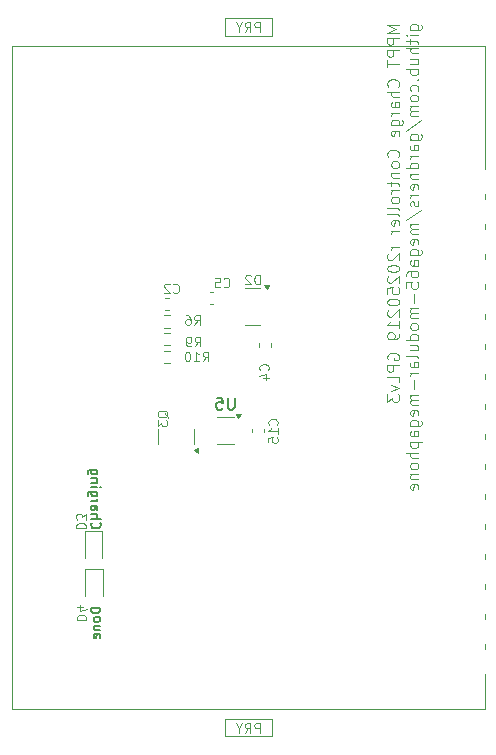
<source format=gbo>
G04 #@! TF.GenerationSoftware,KiCad,Pcbnew,9.0.1+1*
G04 #@! TF.CreationDate,2025-11-11T14:39:54+00:00*
G04 #@! TF.ProjectId,mppt-charge,6d707074-2d63-4686-9172-67652e6b6963,0.2*
G04 #@! TF.SameCoordinates,Original*
G04 #@! TF.FileFunction,Legend,Bot*
G04 #@! TF.FilePolarity,Positive*
%FSLAX46Y46*%
G04 Gerber Fmt 4.6, Leading zero omitted, Abs format (unit mm)*
G04 Created by KiCad (PCBNEW 9.0.1+1) date 2025-11-11 14:39:54*
%MOMM*%
%LPD*%
G01*
G04 APERTURE LIST*
%ADD10C,0.150000*%
%ADD11C,0.100000*%
%ADD12C,0.050000*%
%ADD13C,0.120000*%
%ADD14R,2.540000X2.000000*%
%ADD15O,2.600000X1.600000*%
G04 APERTURE END LIST*
D10*
X97763895Y-111435000D02*
X97725800Y-111473096D01*
X97725800Y-111473096D02*
X97687704Y-111587381D01*
X97687704Y-111587381D02*
X97687704Y-111663572D01*
X97687704Y-111663572D02*
X97725800Y-111777858D01*
X97725800Y-111777858D02*
X97801990Y-111854048D01*
X97801990Y-111854048D02*
X97878180Y-111892143D01*
X97878180Y-111892143D02*
X98030561Y-111930239D01*
X98030561Y-111930239D02*
X98144847Y-111930239D01*
X98144847Y-111930239D02*
X98297228Y-111892143D01*
X98297228Y-111892143D02*
X98373419Y-111854048D01*
X98373419Y-111854048D02*
X98449609Y-111777858D01*
X98449609Y-111777858D02*
X98487704Y-111663572D01*
X98487704Y-111663572D02*
X98487704Y-111587381D01*
X98487704Y-111587381D02*
X98449609Y-111473096D01*
X98449609Y-111473096D02*
X98411514Y-111435000D01*
X97687704Y-111092143D02*
X98487704Y-111092143D01*
X97687704Y-110749286D02*
X98106752Y-110749286D01*
X98106752Y-110749286D02*
X98182942Y-110787381D01*
X98182942Y-110787381D02*
X98221038Y-110863572D01*
X98221038Y-110863572D02*
X98221038Y-110977858D01*
X98221038Y-110977858D02*
X98182942Y-111054048D01*
X98182942Y-111054048D02*
X98144847Y-111092143D01*
X97687704Y-110025476D02*
X98106752Y-110025476D01*
X98106752Y-110025476D02*
X98182942Y-110063571D01*
X98182942Y-110063571D02*
X98221038Y-110139762D01*
X98221038Y-110139762D02*
X98221038Y-110292143D01*
X98221038Y-110292143D02*
X98182942Y-110368333D01*
X97725800Y-110025476D02*
X97687704Y-110101667D01*
X97687704Y-110101667D02*
X97687704Y-110292143D01*
X97687704Y-110292143D02*
X97725800Y-110368333D01*
X97725800Y-110368333D02*
X97801990Y-110406429D01*
X97801990Y-110406429D02*
X97878180Y-110406429D01*
X97878180Y-110406429D02*
X97954371Y-110368333D01*
X97954371Y-110368333D02*
X97992466Y-110292143D01*
X97992466Y-110292143D02*
X97992466Y-110101667D01*
X97992466Y-110101667D02*
X98030561Y-110025476D01*
X97687704Y-109644523D02*
X98221038Y-109644523D01*
X98068657Y-109644523D02*
X98144847Y-109606428D01*
X98144847Y-109606428D02*
X98182942Y-109568333D01*
X98182942Y-109568333D02*
X98221038Y-109492142D01*
X98221038Y-109492142D02*
X98221038Y-109415952D01*
X98221038Y-108806428D02*
X97573419Y-108806428D01*
X97573419Y-108806428D02*
X97497228Y-108844523D01*
X97497228Y-108844523D02*
X97459133Y-108882619D01*
X97459133Y-108882619D02*
X97421038Y-108958809D01*
X97421038Y-108958809D02*
X97421038Y-109073095D01*
X97421038Y-109073095D02*
X97459133Y-109149285D01*
X97725800Y-108806428D02*
X97687704Y-108882619D01*
X97687704Y-108882619D02*
X97687704Y-109035000D01*
X97687704Y-109035000D02*
X97725800Y-109111190D01*
X97725800Y-109111190D02*
X97763895Y-109149285D01*
X97763895Y-109149285D02*
X97840085Y-109187381D01*
X97840085Y-109187381D02*
X98068657Y-109187381D01*
X98068657Y-109187381D02*
X98144847Y-109149285D01*
X98144847Y-109149285D02*
X98182942Y-109111190D01*
X98182942Y-109111190D02*
X98221038Y-109035000D01*
X98221038Y-109035000D02*
X98221038Y-108882619D01*
X98221038Y-108882619D02*
X98182942Y-108806428D01*
X97687704Y-108425475D02*
X98221038Y-108425475D01*
X98487704Y-108425475D02*
X98449609Y-108463571D01*
X98449609Y-108463571D02*
X98411514Y-108425475D01*
X98411514Y-108425475D02*
X98449609Y-108387380D01*
X98449609Y-108387380D02*
X98487704Y-108425475D01*
X98487704Y-108425475D02*
X98411514Y-108425475D01*
X98221038Y-108044523D02*
X97687704Y-108044523D01*
X98144847Y-108044523D02*
X98182942Y-108006428D01*
X98182942Y-108006428D02*
X98221038Y-107930238D01*
X98221038Y-107930238D02*
X98221038Y-107815952D01*
X98221038Y-107815952D02*
X98182942Y-107739761D01*
X98182942Y-107739761D02*
X98106752Y-107701666D01*
X98106752Y-107701666D02*
X97687704Y-107701666D01*
X98221038Y-106977856D02*
X97573419Y-106977856D01*
X97573419Y-106977856D02*
X97497228Y-107015951D01*
X97497228Y-107015951D02*
X97459133Y-107054047D01*
X97459133Y-107054047D02*
X97421038Y-107130237D01*
X97421038Y-107130237D02*
X97421038Y-107244523D01*
X97421038Y-107244523D02*
X97459133Y-107320713D01*
X97725800Y-106977856D02*
X97687704Y-107054047D01*
X97687704Y-107054047D02*
X97687704Y-107206428D01*
X97687704Y-107206428D02*
X97725800Y-107282618D01*
X97725800Y-107282618D02*
X97763895Y-107320713D01*
X97763895Y-107320713D02*
X97840085Y-107358809D01*
X97840085Y-107358809D02*
X98068657Y-107358809D01*
X98068657Y-107358809D02*
X98144847Y-107320713D01*
X98144847Y-107320713D02*
X98182942Y-107282618D01*
X98182942Y-107282618D02*
X98221038Y-107206428D01*
X98221038Y-107206428D02*
X98221038Y-107054047D01*
X98221038Y-107054047D02*
X98182942Y-106977856D01*
X98437295Y-118633809D02*
X97637295Y-118633809D01*
X97637295Y-118633809D02*
X97637295Y-118824285D01*
X97637295Y-118824285D02*
X97675390Y-118938571D01*
X97675390Y-118938571D02*
X97751580Y-119014761D01*
X97751580Y-119014761D02*
X97827771Y-119052856D01*
X97827771Y-119052856D02*
X97980152Y-119090952D01*
X97980152Y-119090952D02*
X98094438Y-119090952D01*
X98094438Y-119090952D02*
X98246819Y-119052856D01*
X98246819Y-119052856D02*
X98323009Y-119014761D01*
X98323009Y-119014761D02*
X98399200Y-118938571D01*
X98399200Y-118938571D02*
X98437295Y-118824285D01*
X98437295Y-118824285D02*
X98437295Y-118633809D01*
X98437295Y-119548094D02*
X98399200Y-119471904D01*
X98399200Y-119471904D02*
X98361104Y-119433809D01*
X98361104Y-119433809D02*
X98284914Y-119395713D01*
X98284914Y-119395713D02*
X98056342Y-119395713D01*
X98056342Y-119395713D02*
X97980152Y-119433809D01*
X97980152Y-119433809D02*
X97942057Y-119471904D01*
X97942057Y-119471904D02*
X97903961Y-119548094D01*
X97903961Y-119548094D02*
X97903961Y-119662380D01*
X97903961Y-119662380D02*
X97942057Y-119738571D01*
X97942057Y-119738571D02*
X97980152Y-119776666D01*
X97980152Y-119776666D02*
X98056342Y-119814761D01*
X98056342Y-119814761D02*
X98284914Y-119814761D01*
X98284914Y-119814761D02*
X98361104Y-119776666D01*
X98361104Y-119776666D02*
X98399200Y-119738571D01*
X98399200Y-119738571D02*
X98437295Y-119662380D01*
X98437295Y-119662380D02*
X98437295Y-119548094D01*
X97903961Y-120157619D02*
X98437295Y-120157619D01*
X97980152Y-120157619D02*
X97942057Y-120195714D01*
X97942057Y-120195714D02*
X97903961Y-120271904D01*
X97903961Y-120271904D02*
X97903961Y-120386190D01*
X97903961Y-120386190D02*
X97942057Y-120462381D01*
X97942057Y-120462381D02*
X98018247Y-120500476D01*
X98018247Y-120500476D02*
X98437295Y-120500476D01*
X98399200Y-121186191D02*
X98437295Y-121110000D01*
X98437295Y-121110000D02*
X98437295Y-120957619D01*
X98437295Y-120957619D02*
X98399200Y-120881429D01*
X98399200Y-120881429D02*
X98323009Y-120843333D01*
X98323009Y-120843333D02*
X98018247Y-120843333D01*
X98018247Y-120843333D02*
X97942057Y-120881429D01*
X97942057Y-120881429D02*
X97903961Y-120957619D01*
X97903961Y-120957619D02*
X97903961Y-121110000D01*
X97903961Y-121110000D02*
X97942057Y-121186191D01*
X97942057Y-121186191D02*
X98018247Y-121224286D01*
X98018247Y-121224286D02*
X98094438Y-121224286D01*
X98094438Y-121224286D02*
X98170628Y-120843333D01*
D11*
X123762475Y-69288884D02*
X122762475Y-69288884D01*
X122762475Y-69288884D02*
X123476760Y-69622217D01*
X123476760Y-69622217D02*
X122762475Y-69955550D01*
X122762475Y-69955550D02*
X123762475Y-69955550D01*
X123762475Y-70431741D02*
X122762475Y-70431741D01*
X122762475Y-70431741D02*
X122762475Y-70812693D01*
X122762475Y-70812693D02*
X122810094Y-70907931D01*
X122810094Y-70907931D02*
X122857713Y-70955550D01*
X122857713Y-70955550D02*
X122952951Y-71003169D01*
X122952951Y-71003169D02*
X123095808Y-71003169D01*
X123095808Y-71003169D02*
X123191046Y-70955550D01*
X123191046Y-70955550D02*
X123238665Y-70907931D01*
X123238665Y-70907931D02*
X123286284Y-70812693D01*
X123286284Y-70812693D02*
X123286284Y-70431741D01*
X123762475Y-71431741D02*
X122762475Y-71431741D01*
X122762475Y-71431741D02*
X122762475Y-71812693D01*
X122762475Y-71812693D02*
X122810094Y-71907931D01*
X122810094Y-71907931D02*
X122857713Y-71955550D01*
X122857713Y-71955550D02*
X122952951Y-72003169D01*
X122952951Y-72003169D02*
X123095808Y-72003169D01*
X123095808Y-72003169D02*
X123191046Y-71955550D01*
X123191046Y-71955550D02*
X123238665Y-71907931D01*
X123238665Y-71907931D02*
X123286284Y-71812693D01*
X123286284Y-71812693D02*
X123286284Y-71431741D01*
X122762475Y-72288884D02*
X122762475Y-72860312D01*
X123762475Y-72574598D02*
X122762475Y-72574598D01*
X123667236Y-74526979D02*
X123714856Y-74479360D01*
X123714856Y-74479360D02*
X123762475Y-74336503D01*
X123762475Y-74336503D02*
X123762475Y-74241265D01*
X123762475Y-74241265D02*
X123714856Y-74098408D01*
X123714856Y-74098408D02*
X123619617Y-74003170D01*
X123619617Y-74003170D02*
X123524379Y-73955551D01*
X123524379Y-73955551D02*
X123333903Y-73907932D01*
X123333903Y-73907932D02*
X123191046Y-73907932D01*
X123191046Y-73907932D02*
X123000570Y-73955551D01*
X123000570Y-73955551D02*
X122905332Y-74003170D01*
X122905332Y-74003170D02*
X122810094Y-74098408D01*
X122810094Y-74098408D02*
X122762475Y-74241265D01*
X122762475Y-74241265D02*
X122762475Y-74336503D01*
X122762475Y-74336503D02*
X122810094Y-74479360D01*
X122810094Y-74479360D02*
X122857713Y-74526979D01*
X123762475Y-74955551D02*
X122762475Y-74955551D01*
X123762475Y-75384122D02*
X123238665Y-75384122D01*
X123238665Y-75384122D02*
X123143427Y-75336503D01*
X123143427Y-75336503D02*
X123095808Y-75241265D01*
X123095808Y-75241265D02*
X123095808Y-75098408D01*
X123095808Y-75098408D02*
X123143427Y-75003170D01*
X123143427Y-75003170D02*
X123191046Y-74955551D01*
X123762475Y-76288884D02*
X123238665Y-76288884D01*
X123238665Y-76288884D02*
X123143427Y-76241265D01*
X123143427Y-76241265D02*
X123095808Y-76146027D01*
X123095808Y-76146027D02*
X123095808Y-75955551D01*
X123095808Y-75955551D02*
X123143427Y-75860313D01*
X123714856Y-76288884D02*
X123762475Y-76193646D01*
X123762475Y-76193646D02*
X123762475Y-75955551D01*
X123762475Y-75955551D02*
X123714856Y-75860313D01*
X123714856Y-75860313D02*
X123619617Y-75812694D01*
X123619617Y-75812694D02*
X123524379Y-75812694D01*
X123524379Y-75812694D02*
X123429141Y-75860313D01*
X123429141Y-75860313D02*
X123381522Y-75955551D01*
X123381522Y-75955551D02*
X123381522Y-76193646D01*
X123381522Y-76193646D02*
X123333903Y-76288884D01*
X123762475Y-76765075D02*
X123095808Y-76765075D01*
X123286284Y-76765075D02*
X123191046Y-76812694D01*
X123191046Y-76812694D02*
X123143427Y-76860313D01*
X123143427Y-76860313D02*
X123095808Y-76955551D01*
X123095808Y-76955551D02*
X123095808Y-77050789D01*
X123095808Y-77812694D02*
X123905332Y-77812694D01*
X123905332Y-77812694D02*
X124000570Y-77765075D01*
X124000570Y-77765075D02*
X124048189Y-77717456D01*
X124048189Y-77717456D02*
X124095808Y-77622218D01*
X124095808Y-77622218D02*
X124095808Y-77479361D01*
X124095808Y-77479361D02*
X124048189Y-77384123D01*
X123714856Y-77812694D02*
X123762475Y-77717456D01*
X123762475Y-77717456D02*
X123762475Y-77526980D01*
X123762475Y-77526980D02*
X123714856Y-77431742D01*
X123714856Y-77431742D02*
X123667236Y-77384123D01*
X123667236Y-77384123D02*
X123571998Y-77336504D01*
X123571998Y-77336504D02*
X123286284Y-77336504D01*
X123286284Y-77336504D02*
X123191046Y-77384123D01*
X123191046Y-77384123D02*
X123143427Y-77431742D01*
X123143427Y-77431742D02*
X123095808Y-77526980D01*
X123095808Y-77526980D02*
X123095808Y-77717456D01*
X123095808Y-77717456D02*
X123143427Y-77812694D01*
X123714856Y-78669837D02*
X123762475Y-78574599D01*
X123762475Y-78574599D02*
X123762475Y-78384123D01*
X123762475Y-78384123D02*
X123714856Y-78288885D01*
X123714856Y-78288885D02*
X123619617Y-78241266D01*
X123619617Y-78241266D02*
X123238665Y-78241266D01*
X123238665Y-78241266D02*
X123143427Y-78288885D01*
X123143427Y-78288885D02*
X123095808Y-78384123D01*
X123095808Y-78384123D02*
X123095808Y-78574599D01*
X123095808Y-78574599D02*
X123143427Y-78669837D01*
X123143427Y-78669837D02*
X123238665Y-78717456D01*
X123238665Y-78717456D02*
X123333903Y-78717456D01*
X123333903Y-78717456D02*
X123429141Y-78241266D01*
X123667236Y-80479361D02*
X123714856Y-80431742D01*
X123714856Y-80431742D02*
X123762475Y-80288885D01*
X123762475Y-80288885D02*
X123762475Y-80193647D01*
X123762475Y-80193647D02*
X123714856Y-80050790D01*
X123714856Y-80050790D02*
X123619617Y-79955552D01*
X123619617Y-79955552D02*
X123524379Y-79907933D01*
X123524379Y-79907933D02*
X123333903Y-79860314D01*
X123333903Y-79860314D02*
X123191046Y-79860314D01*
X123191046Y-79860314D02*
X123000570Y-79907933D01*
X123000570Y-79907933D02*
X122905332Y-79955552D01*
X122905332Y-79955552D02*
X122810094Y-80050790D01*
X122810094Y-80050790D02*
X122762475Y-80193647D01*
X122762475Y-80193647D02*
X122762475Y-80288885D01*
X122762475Y-80288885D02*
X122810094Y-80431742D01*
X122810094Y-80431742D02*
X122857713Y-80479361D01*
X123762475Y-81050790D02*
X123714856Y-80955552D01*
X123714856Y-80955552D02*
X123667236Y-80907933D01*
X123667236Y-80907933D02*
X123571998Y-80860314D01*
X123571998Y-80860314D02*
X123286284Y-80860314D01*
X123286284Y-80860314D02*
X123191046Y-80907933D01*
X123191046Y-80907933D02*
X123143427Y-80955552D01*
X123143427Y-80955552D02*
X123095808Y-81050790D01*
X123095808Y-81050790D02*
X123095808Y-81193647D01*
X123095808Y-81193647D02*
X123143427Y-81288885D01*
X123143427Y-81288885D02*
X123191046Y-81336504D01*
X123191046Y-81336504D02*
X123286284Y-81384123D01*
X123286284Y-81384123D02*
X123571998Y-81384123D01*
X123571998Y-81384123D02*
X123667236Y-81336504D01*
X123667236Y-81336504D02*
X123714856Y-81288885D01*
X123714856Y-81288885D02*
X123762475Y-81193647D01*
X123762475Y-81193647D02*
X123762475Y-81050790D01*
X123095808Y-81812695D02*
X123762475Y-81812695D01*
X123191046Y-81812695D02*
X123143427Y-81860314D01*
X123143427Y-81860314D02*
X123095808Y-81955552D01*
X123095808Y-81955552D02*
X123095808Y-82098409D01*
X123095808Y-82098409D02*
X123143427Y-82193647D01*
X123143427Y-82193647D02*
X123238665Y-82241266D01*
X123238665Y-82241266D02*
X123762475Y-82241266D01*
X123095808Y-82574600D02*
X123095808Y-82955552D01*
X122762475Y-82717457D02*
X123619617Y-82717457D01*
X123619617Y-82717457D02*
X123714856Y-82765076D01*
X123714856Y-82765076D02*
X123762475Y-82860314D01*
X123762475Y-82860314D02*
X123762475Y-82955552D01*
X123762475Y-83288886D02*
X123095808Y-83288886D01*
X123286284Y-83288886D02*
X123191046Y-83336505D01*
X123191046Y-83336505D02*
X123143427Y-83384124D01*
X123143427Y-83384124D02*
X123095808Y-83479362D01*
X123095808Y-83479362D02*
X123095808Y-83574600D01*
X123762475Y-84050791D02*
X123714856Y-83955553D01*
X123714856Y-83955553D02*
X123667236Y-83907934D01*
X123667236Y-83907934D02*
X123571998Y-83860315D01*
X123571998Y-83860315D02*
X123286284Y-83860315D01*
X123286284Y-83860315D02*
X123191046Y-83907934D01*
X123191046Y-83907934D02*
X123143427Y-83955553D01*
X123143427Y-83955553D02*
X123095808Y-84050791D01*
X123095808Y-84050791D02*
X123095808Y-84193648D01*
X123095808Y-84193648D02*
X123143427Y-84288886D01*
X123143427Y-84288886D02*
X123191046Y-84336505D01*
X123191046Y-84336505D02*
X123286284Y-84384124D01*
X123286284Y-84384124D02*
X123571998Y-84384124D01*
X123571998Y-84384124D02*
X123667236Y-84336505D01*
X123667236Y-84336505D02*
X123714856Y-84288886D01*
X123714856Y-84288886D02*
X123762475Y-84193648D01*
X123762475Y-84193648D02*
X123762475Y-84050791D01*
X123762475Y-84955553D02*
X123714856Y-84860315D01*
X123714856Y-84860315D02*
X123619617Y-84812696D01*
X123619617Y-84812696D02*
X122762475Y-84812696D01*
X123762475Y-85479363D02*
X123714856Y-85384125D01*
X123714856Y-85384125D02*
X123619617Y-85336506D01*
X123619617Y-85336506D02*
X122762475Y-85336506D01*
X123714856Y-86241268D02*
X123762475Y-86146030D01*
X123762475Y-86146030D02*
X123762475Y-85955554D01*
X123762475Y-85955554D02*
X123714856Y-85860316D01*
X123714856Y-85860316D02*
X123619617Y-85812697D01*
X123619617Y-85812697D02*
X123238665Y-85812697D01*
X123238665Y-85812697D02*
X123143427Y-85860316D01*
X123143427Y-85860316D02*
X123095808Y-85955554D01*
X123095808Y-85955554D02*
X123095808Y-86146030D01*
X123095808Y-86146030D02*
X123143427Y-86241268D01*
X123143427Y-86241268D02*
X123238665Y-86288887D01*
X123238665Y-86288887D02*
X123333903Y-86288887D01*
X123333903Y-86288887D02*
X123429141Y-85812697D01*
X123762475Y-86717459D02*
X123095808Y-86717459D01*
X123286284Y-86717459D02*
X123191046Y-86765078D01*
X123191046Y-86765078D02*
X123143427Y-86812697D01*
X123143427Y-86812697D02*
X123095808Y-86907935D01*
X123095808Y-86907935D02*
X123095808Y-87003173D01*
X123762475Y-88098412D02*
X123095808Y-88098412D01*
X123286284Y-88098412D02*
X123191046Y-88146031D01*
X123191046Y-88146031D02*
X123143427Y-88193650D01*
X123143427Y-88193650D02*
X123095808Y-88288888D01*
X123095808Y-88288888D02*
X123095808Y-88384126D01*
X122857713Y-88669841D02*
X122810094Y-88717460D01*
X122810094Y-88717460D02*
X122762475Y-88812698D01*
X122762475Y-88812698D02*
X122762475Y-89050793D01*
X122762475Y-89050793D02*
X122810094Y-89146031D01*
X122810094Y-89146031D02*
X122857713Y-89193650D01*
X122857713Y-89193650D02*
X122952951Y-89241269D01*
X122952951Y-89241269D02*
X123048189Y-89241269D01*
X123048189Y-89241269D02*
X123191046Y-89193650D01*
X123191046Y-89193650D02*
X123762475Y-88622222D01*
X123762475Y-88622222D02*
X123762475Y-89241269D01*
X122762475Y-89860317D02*
X122762475Y-89955555D01*
X122762475Y-89955555D02*
X122810094Y-90050793D01*
X122810094Y-90050793D02*
X122857713Y-90098412D01*
X122857713Y-90098412D02*
X122952951Y-90146031D01*
X122952951Y-90146031D02*
X123143427Y-90193650D01*
X123143427Y-90193650D02*
X123381522Y-90193650D01*
X123381522Y-90193650D02*
X123571998Y-90146031D01*
X123571998Y-90146031D02*
X123667236Y-90098412D01*
X123667236Y-90098412D02*
X123714856Y-90050793D01*
X123714856Y-90050793D02*
X123762475Y-89955555D01*
X123762475Y-89955555D02*
X123762475Y-89860317D01*
X123762475Y-89860317D02*
X123714856Y-89765079D01*
X123714856Y-89765079D02*
X123667236Y-89717460D01*
X123667236Y-89717460D02*
X123571998Y-89669841D01*
X123571998Y-89669841D02*
X123381522Y-89622222D01*
X123381522Y-89622222D02*
X123143427Y-89622222D01*
X123143427Y-89622222D02*
X122952951Y-89669841D01*
X122952951Y-89669841D02*
X122857713Y-89717460D01*
X122857713Y-89717460D02*
X122810094Y-89765079D01*
X122810094Y-89765079D02*
X122762475Y-89860317D01*
X122857713Y-90574603D02*
X122810094Y-90622222D01*
X122810094Y-90622222D02*
X122762475Y-90717460D01*
X122762475Y-90717460D02*
X122762475Y-90955555D01*
X122762475Y-90955555D02*
X122810094Y-91050793D01*
X122810094Y-91050793D02*
X122857713Y-91098412D01*
X122857713Y-91098412D02*
X122952951Y-91146031D01*
X122952951Y-91146031D02*
X123048189Y-91146031D01*
X123048189Y-91146031D02*
X123191046Y-91098412D01*
X123191046Y-91098412D02*
X123762475Y-90526984D01*
X123762475Y-90526984D02*
X123762475Y-91146031D01*
X122762475Y-92050793D02*
X122762475Y-91574603D01*
X122762475Y-91574603D02*
X123238665Y-91526984D01*
X123238665Y-91526984D02*
X123191046Y-91574603D01*
X123191046Y-91574603D02*
X123143427Y-91669841D01*
X123143427Y-91669841D02*
X123143427Y-91907936D01*
X123143427Y-91907936D02*
X123191046Y-92003174D01*
X123191046Y-92003174D02*
X123238665Y-92050793D01*
X123238665Y-92050793D02*
X123333903Y-92098412D01*
X123333903Y-92098412D02*
X123571998Y-92098412D01*
X123571998Y-92098412D02*
X123667236Y-92050793D01*
X123667236Y-92050793D02*
X123714856Y-92003174D01*
X123714856Y-92003174D02*
X123762475Y-91907936D01*
X123762475Y-91907936D02*
X123762475Y-91669841D01*
X123762475Y-91669841D02*
X123714856Y-91574603D01*
X123714856Y-91574603D02*
X123667236Y-91526984D01*
X122762475Y-92717460D02*
X122762475Y-92812698D01*
X122762475Y-92812698D02*
X122810094Y-92907936D01*
X122810094Y-92907936D02*
X122857713Y-92955555D01*
X122857713Y-92955555D02*
X122952951Y-93003174D01*
X122952951Y-93003174D02*
X123143427Y-93050793D01*
X123143427Y-93050793D02*
X123381522Y-93050793D01*
X123381522Y-93050793D02*
X123571998Y-93003174D01*
X123571998Y-93003174D02*
X123667236Y-92955555D01*
X123667236Y-92955555D02*
X123714856Y-92907936D01*
X123714856Y-92907936D02*
X123762475Y-92812698D01*
X123762475Y-92812698D02*
X123762475Y-92717460D01*
X123762475Y-92717460D02*
X123714856Y-92622222D01*
X123714856Y-92622222D02*
X123667236Y-92574603D01*
X123667236Y-92574603D02*
X123571998Y-92526984D01*
X123571998Y-92526984D02*
X123381522Y-92479365D01*
X123381522Y-92479365D02*
X123143427Y-92479365D01*
X123143427Y-92479365D02*
X122952951Y-92526984D01*
X122952951Y-92526984D02*
X122857713Y-92574603D01*
X122857713Y-92574603D02*
X122810094Y-92622222D01*
X122810094Y-92622222D02*
X122762475Y-92717460D01*
X122857713Y-93431746D02*
X122810094Y-93479365D01*
X122810094Y-93479365D02*
X122762475Y-93574603D01*
X122762475Y-93574603D02*
X122762475Y-93812698D01*
X122762475Y-93812698D02*
X122810094Y-93907936D01*
X122810094Y-93907936D02*
X122857713Y-93955555D01*
X122857713Y-93955555D02*
X122952951Y-94003174D01*
X122952951Y-94003174D02*
X123048189Y-94003174D01*
X123048189Y-94003174D02*
X123191046Y-93955555D01*
X123191046Y-93955555D02*
X123762475Y-93384127D01*
X123762475Y-93384127D02*
X123762475Y-94003174D01*
X123762475Y-94955555D02*
X123762475Y-94384127D01*
X123762475Y-94669841D02*
X122762475Y-94669841D01*
X122762475Y-94669841D02*
X122905332Y-94574603D01*
X122905332Y-94574603D02*
X123000570Y-94479365D01*
X123000570Y-94479365D02*
X123048189Y-94384127D01*
X123762475Y-95431746D02*
X123762475Y-95622222D01*
X123762475Y-95622222D02*
X123714856Y-95717460D01*
X123714856Y-95717460D02*
X123667236Y-95765079D01*
X123667236Y-95765079D02*
X123524379Y-95860317D01*
X123524379Y-95860317D02*
X123333903Y-95907936D01*
X123333903Y-95907936D02*
X122952951Y-95907936D01*
X122952951Y-95907936D02*
X122857713Y-95860317D01*
X122857713Y-95860317D02*
X122810094Y-95812698D01*
X122810094Y-95812698D02*
X122762475Y-95717460D01*
X122762475Y-95717460D02*
X122762475Y-95526984D01*
X122762475Y-95526984D02*
X122810094Y-95431746D01*
X122810094Y-95431746D02*
X122857713Y-95384127D01*
X122857713Y-95384127D02*
X122952951Y-95336508D01*
X122952951Y-95336508D02*
X123191046Y-95336508D01*
X123191046Y-95336508D02*
X123286284Y-95384127D01*
X123286284Y-95384127D02*
X123333903Y-95431746D01*
X123333903Y-95431746D02*
X123381522Y-95526984D01*
X123381522Y-95526984D02*
X123381522Y-95717460D01*
X123381522Y-95717460D02*
X123333903Y-95812698D01*
X123333903Y-95812698D02*
X123286284Y-95860317D01*
X123286284Y-95860317D02*
X123191046Y-95907936D01*
X122810094Y-97622222D02*
X122762475Y-97526984D01*
X122762475Y-97526984D02*
X122762475Y-97384127D01*
X122762475Y-97384127D02*
X122810094Y-97241270D01*
X122810094Y-97241270D02*
X122905332Y-97146032D01*
X122905332Y-97146032D02*
X123000570Y-97098413D01*
X123000570Y-97098413D02*
X123191046Y-97050794D01*
X123191046Y-97050794D02*
X123333903Y-97050794D01*
X123333903Y-97050794D02*
X123524379Y-97098413D01*
X123524379Y-97098413D02*
X123619617Y-97146032D01*
X123619617Y-97146032D02*
X123714856Y-97241270D01*
X123714856Y-97241270D02*
X123762475Y-97384127D01*
X123762475Y-97384127D02*
X123762475Y-97479365D01*
X123762475Y-97479365D02*
X123714856Y-97622222D01*
X123714856Y-97622222D02*
X123667236Y-97669841D01*
X123667236Y-97669841D02*
X123333903Y-97669841D01*
X123333903Y-97669841D02*
X123333903Y-97479365D01*
X123762475Y-98098413D02*
X122762475Y-98098413D01*
X122762475Y-98098413D02*
X122762475Y-98479365D01*
X122762475Y-98479365D02*
X122810094Y-98574603D01*
X122810094Y-98574603D02*
X122857713Y-98622222D01*
X122857713Y-98622222D02*
X122952951Y-98669841D01*
X122952951Y-98669841D02*
X123095808Y-98669841D01*
X123095808Y-98669841D02*
X123191046Y-98622222D01*
X123191046Y-98622222D02*
X123238665Y-98574603D01*
X123238665Y-98574603D02*
X123286284Y-98479365D01*
X123286284Y-98479365D02*
X123286284Y-98098413D01*
X123762475Y-99574603D02*
X123762475Y-99098413D01*
X123762475Y-99098413D02*
X122762475Y-99098413D01*
X123095808Y-99812699D02*
X123762475Y-100050794D01*
X123762475Y-100050794D02*
X123095808Y-100288889D01*
X122762475Y-100574604D02*
X122762475Y-101193651D01*
X122762475Y-101193651D02*
X123143427Y-100860318D01*
X123143427Y-100860318D02*
X123143427Y-101003175D01*
X123143427Y-101003175D02*
X123191046Y-101098413D01*
X123191046Y-101098413D02*
X123238665Y-101146032D01*
X123238665Y-101146032D02*
X123333903Y-101193651D01*
X123333903Y-101193651D02*
X123571998Y-101193651D01*
X123571998Y-101193651D02*
X123667236Y-101146032D01*
X123667236Y-101146032D02*
X123714856Y-101098413D01*
X123714856Y-101098413D02*
X123762475Y-101003175D01*
X123762475Y-101003175D02*
X123762475Y-100717461D01*
X123762475Y-100717461D02*
X123714856Y-100622223D01*
X123714856Y-100622223D02*
X123667236Y-100574604D01*
X124705752Y-69717455D02*
X125515276Y-69717455D01*
X125515276Y-69717455D02*
X125610514Y-69669836D01*
X125610514Y-69669836D02*
X125658133Y-69622217D01*
X125658133Y-69622217D02*
X125705752Y-69526979D01*
X125705752Y-69526979D02*
X125705752Y-69384122D01*
X125705752Y-69384122D02*
X125658133Y-69288884D01*
X125324800Y-69717455D02*
X125372419Y-69622217D01*
X125372419Y-69622217D02*
X125372419Y-69431741D01*
X125372419Y-69431741D02*
X125324800Y-69336503D01*
X125324800Y-69336503D02*
X125277180Y-69288884D01*
X125277180Y-69288884D02*
X125181942Y-69241265D01*
X125181942Y-69241265D02*
X124896228Y-69241265D01*
X124896228Y-69241265D02*
X124800990Y-69288884D01*
X124800990Y-69288884D02*
X124753371Y-69336503D01*
X124753371Y-69336503D02*
X124705752Y-69431741D01*
X124705752Y-69431741D02*
X124705752Y-69622217D01*
X124705752Y-69622217D02*
X124753371Y-69717455D01*
X125372419Y-70193646D02*
X124705752Y-70193646D01*
X124372419Y-70193646D02*
X124420038Y-70146027D01*
X124420038Y-70146027D02*
X124467657Y-70193646D01*
X124467657Y-70193646D02*
X124420038Y-70241265D01*
X124420038Y-70241265D02*
X124372419Y-70193646D01*
X124372419Y-70193646D02*
X124467657Y-70193646D01*
X124705752Y-70526979D02*
X124705752Y-70907931D01*
X124372419Y-70669836D02*
X125229561Y-70669836D01*
X125229561Y-70669836D02*
X125324800Y-70717455D01*
X125324800Y-70717455D02*
X125372419Y-70812693D01*
X125372419Y-70812693D02*
X125372419Y-70907931D01*
X125372419Y-71241265D02*
X124372419Y-71241265D01*
X125372419Y-71669836D02*
X124848609Y-71669836D01*
X124848609Y-71669836D02*
X124753371Y-71622217D01*
X124753371Y-71622217D02*
X124705752Y-71526979D01*
X124705752Y-71526979D02*
X124705752Y-71384122D01*
X124705752Y-71384122D02*
X124753371Y-71288884D01*
X124753371Y-71288884D02*
X124800990Y-71241265D01*
X124705752Y-72574598D02*
X125372419Y-72574598D01*
X124705752Y-72146027D02*
X125229561Y-72146027D01*
X125229561Y-72146027D02*
X125324800Y-72193646D01*
X125324800Y-72193646D02*
X125372419Y-72288884D01*
X125372419Y-72288884D02*
X125372419Y-72431741D01*
X125372419Y-72431741D02*
X125324800Y-72526979D01*
X125324800Y-72526979D02*
X125277180Y-72574598D01*
X125372419Y-73050789D02*
X124372419Y-73050789D01*
X124753371Y-73050789D02*
X124705752Y-73146027D01*
X124705752Y-73146027D02*
X124705752Y-73336503D01*
X124705752Y-73336503D02*
X124753371Y-73431741D01*
X124753371Y-73431741D02*
X124800990Y-73479360D01*
X124800990Y-73479360D02*
X124896228Y-73526979D01*
X124896228Y-73526979D02*
X125181942Y-73526979D01*
X125181942Y-73526979D02*
X125277180Y-73479360D01*
X125277180Y-73479360D02*
X125324800Y-73431741D01*
X125324800Y-73431741D02*
X125372419Y-73336503D01*
X125372419Y-73336503D02*
X125372419Y-73146027D01*
X125372419Y-73146027D02*
X125324800Y-73050789D01*
X125277180Y-73955551D02*
X125324800Y-74003170D01*
X125324800Y-74003170D02*
X125372419Y-73955551D01*
X125372419Y-73955551D02*
X125324800Y-73907932D01*
X125324800Y-73907932D02*
X125277180Y-73955551D01*
X125277180Y-73955551D02*
X125372419Y-73955551D01*
X125324800Y-74860312D02*
X125372419Y-74765074D01*
X125372419Y-74765074D02*
X125372419Y-74574598D01*
X125372419Y-74574598D02*
X125324800Y-74479360D01*
X125324800Y-74479360D02*
X125277180Y-74431741D01*
X125277180Y-74431741D02*
X125181942Y-74384122D01*
X125181942Y-74384122D02*
X124896228Y-74384122D01*
X124896228Y-74384122D02*
X124800990Y-74431741D01*
X124800990Y-74431741D02*
X124753371Y-74479360D01*
X124753371Y-74479360D02*
X124705752Y-74574598D01*
X124705752Y-74574598D02*
X124705752Y-74765074D01*
X124705752Y-74765074D02*
X124753371Y-74860312D01*
X125372419Y-75431741D02*
X125324800Y-75336503D01*
X125324800Y-75336503D02*
X125277180Y-75288884D01*
X125277180Y-75288884D02*
X125181942Y-75241265D01*
X125181942Y-75241265D02*
X124896228Y-75241265D01*
X124896228Y-75241265D02*
X124800990Y-75288884D01*
X124800990Y-75288884D02*
X124753371Y-75336503D01*
X124753371Y-75336503D02*
X124705752Y-75431741D01*
X124705752Y-75431741D02*
X124705752Y-75574598D01*
X124705752Y-75574598D02*
X124753371Y-75669836D01*
X124753371Y-75669836D02*
X124800990Y-75717455D01*
X124800990Y-75717455D02*
X124896228Y-75765074D01*
X124896228Y-75765074D02*
X125181942Y-75765074D01*
X125181942Y-75765074D02*
X125277180Y-75717455D01*
X125277180Y-75717455D02*
X125324800Y-75669836D01*
X125324800Y-75669836D02*
X125372419Y-75574598D01*
X125372419Y-75574598D02*
X125372419Y-75431741D01*
X125372419Y-76193646D02*
X124705752Y-76193646D01*
X124800990Y-76193646D02*
X124753371Y-76241265D01*
X124753371Y-76241265D02*
X124705752Y-76336503D01*
X124705752Y-76336503D02*
X124705752Y-76479360D01*
X124705752Y-76479360D02*
X124753371Y-76574598D01*
X124753371Y-76574598D02*
X124848609Y-76622217D01*
X124848609Y-76622217D02*
X125372419Y-76622217D01*
X124848609Y-76622217D02*
X124753371Y-76669836D01*
X124753371Y-76669836D02*
X124705752Y-76765074D01*
X124705752Y-76765074D02*
X124705752Y-76907931D01*
X124705752Y-76907931D02*
X124753371Y-77003170D01*
X124753371Y-77003170D02*
X124848609Y-77050789D01*
X124848609Y-77050789D02*
X125372419Y-77050789D01*
X124324800Y-78241264D02*
X125610514Y-77384122D01*
X124705752Y-79003169D02*
X125515276Y-79003169D01*
X125515276Y-79003169D02*
X125610514Y-78955550D01*
X125610514Y-78955550D02*
X125658133Y-78907931D01*
X125658133Y-78907931D02*
X125705752Y-78812693D01*
X125705752Y-78812693D02*
X125705752Y-78669836D01*
X125705752Y-78669836D02*
X125658133Y-78574598D01*
X125324800Y-79003169D02*
X125372419Y-78907931D01*
X125372419Y-78907931D02*
X125372419Y-78717455D01*
X125372419Y-78717455D02*
X125324800Y-78622217D01*
X125324800Y-78622217D02*
X125277180Y-78574598D01*
X125277180Y-78574598D02*
X125181942Y-78526979D01*
X125181942Y-78526979D02*
X124896228Y-78526979D01*
X124896228Y-78526979D02*
X124800990Y-78574598D01*
X124800990Y-78574598D02*
X124753371Y-78622217D01*
X124753371Y-78622217D02*
X124705752Y-78717455D01*
X124705752Y-78717455D02*
X124705752Y-78907931D01*
X124705752Y-78907931D02*
X124753371Y-79003169D01*
X125372419Y-79907931D02*
X124848609Y-79907931D01*
X124848609Y-79907931D02*
X124753371Y-79860312D01*
X124753371Y-79860312D02*
X124705752Y-79765074D01*
X124705752Y-79765074D02*
X124705752Y-79574598D01*
X124705752Y-79574598D02*
X124753371Y-79479360D01*
X125324800Y-79907931D02*
X125372419Y-79812693D01*
X125372419Y-79812693D02*
X125372419Y-79574598D01*
X125372419Y-79574598D02*
X125324800Y-79479360D01*
X125324800Y-79479360D02*
X125229561Y-79431741D01*
X125229561Y-79431741D02*
X125134323Y-79431741D01*
X125134323Y-79431741D02*
X125039085Y-79479360D01*
X125039085Y-79479360D02*
X124991466Y-79574598D01*
X124991466Y-79574598D02*
X124991466Y-79812693D01*
X124991466Y-79812693D02*
X124943847Y-79907931D01*
X125372419Y-80384122D02*
X124705752Y-80384122D01*
X124896228Y-80384122D02*
X124800990Y-80431741D01*
X124800990Y-80431741D02*
X124753371Y-80479360D01*
X124753371Y-80479360D02*
X124705752Y-80574598D01*
X124705752Y-80574598D02*
X124705752Y-80669836D01*
X125372419Y-81431741D02*
X124372419Y-81431741D01*
X125324800Y-81431741D02*
X125372419Y-81336503D01*
X125372419Y-81336503D02*
X125372419Y-81146027D01*
X125372419Y-81146027D02*
X125324800Y-81050789D01*
X125324800Y-81050789D02*
X125277180Y-81003170D01*
X125277180Y-81003170D02*
X125181942Y-80955551D01*
X125181942Y-80955551D02*
X124896228Y-80955551D01*
X124896228Y-80955551D02*
X124800990Y-81003170D01*
X124800990Y-81003170D02*
X124753371Y-81050789D01*
X124753371Y-81050789D02*
X124705752Y-81146027D01*
X124705752Y-81146027D02*
X124705752Y-81336503D01*
X124705752Y-81336503D02*
X124753371Y-81431741D01*
X124705752Y-81907932D02*
X125372419Y-81907932D01*
X124800990Y-81907932D02*
X124753371Y-81955551D01*
X124753371Y-81955551D02*
X124705752Y-82050789D01*
X124705752Y-82050789D02*
X124705752Y-82193646D01*
X124705752Y-82193646D02*
X124753371Y-82288884D01*
X124753371Y-82288884D02*
X124848609Y-82336503D01*
X124848609Y-82336503D02*
X125372419Y-82336503D01*
X125324800Y-83193646D02*
X125372419Y-83098408D01*
X125372419Y-83098408D02*
X125372419Y-82907932D01*
X125372419Y-82907932D02*
X125324800Y-82812694D01*
X125324800Y-82812694D02*
X125229561Y-82765075D01*
X125229561Y-82765075D02*
X124848609Y-82765075D01*
X124848609Y-82765075D02*
X124753371Y-82812694D01*
X124753371Y-82812694D02*
X124705752Y-82907932D01*
X124705752Y-82907932D02*
X124705752Y-83098408D01*
X124705752Y-83098408D02*
X124753371Y-83193646D01*
X124753371Y-83193646D02*
X124848609Y-83241265D01*
X124848609Y-83241265D02*
X124943847Y-83241265D01*
X124943847Y-83241265D02*
X125039085Y-82765075D01*
X125372419Y-83669837D02*
X124705752Y-83669837D01*
X124896228Y-83669837D02*
X124800990Y-83717456D01*
X124800990Y-83717456D02*
X124753371Y-83765075D01*
X124753371Y-83765075D02*
X124705752Y-83860313D01*
X124705752Y-83860313D02*
X124705752Y-83955551D01*
X125324800Y-84241266D02*
X125372419Y-84336504D01*
X125372419Y-84336504D02*
X125372419Y-84526980D01*
X125372419Y-84526980D02*
X125324800Y-84622218D01*
X125324800Y-84622218D02*
X125229561Y-84669837D01*
X125229561Y-84669837D02*
X125181942Y-84669837D01*
X125181942Y-84669837D02*
X125086704Y-84622218D01*
X125086704Y-84622218D02*
X125039085Y-84526980D01*
X125039085Y-84526980D02*
X125039085Y-84384123D01*
X125039085Y-84384123D02*
X124991466Y-84288885D01*
X124991466Y-84288885D02*
X124896228Y-84241266D01*
X124896228Y-84241266D02*
X124848609Y-84241266D01*
X124848609Y-84241266D02*
X124753371Y-84288885D01*
X124753371Y-84288885D02*
X124705752Y-84384123D01*
X124705752Y-84384123D02*
X124705752Y-84526980D01*
X124705752Y-84526980D02*
X124753371Y-84622218D01*
X124324800Y-85812694D02*
X125610514Y-84955552D01*
X125372419Y-86146028D02*
X124705752Y-86146028D01*
X124800990Y-86146028D02*
X124753371Y-86193647D01*
X124753371Y-86193647D02*
X124705752Y-86288885D01*
X124705752Y-86288885D02*
X124705752Y-86431742D01*
X124705752Y-86431742D02*
X124753371Y-86526980D01*
X124753371Y-86526980D02*
X124848609Y-86574599D01*
X124848609Y-86574599D02*
X125372419Y-86574599D01*
X124848609Y-86574599D02*
X124753371Y-86622218D01*
X124753371Y-86622218D02*
X124705752Y-86717456D01*
X124705752Y-86717456D02*
X124705752Y-86860313D01*
X124705752Y-86860313D02*
X124753371Y-86955552D01*
X124753371Y-86955552D02*
X124848609Y-87003171D01*
X124848609Y-87003171D02*
X125372419Y-87003171D01*
X125324800Y-87860313D02*
X125372419Y-87765075D01*
X125372419Y-87765075D02*
X125372419Y-87574599D01*
X125372419Y-87574599D02*
X125324800Y-87479361D01*
X125324800Y-87479361D02*
X125229561Y-87431742D01*
X125229561Y-87431742D02*
X124848609Y-87431742D01*
X124848609Y-87431742D02*
X124753371Y-87479361D01*
X124753371Y-87479361D02*
X124705752Y-87574599D01*
X124705752Y-87574599D02*
X124705752Y-87765075D01*
X124705752Y-87765075D02*
X124753371Y-87860313D01*
X124753371Y-87860313D02*
X124848609Y-87907932D01*
X124848609Y-87907932D02*
X124943847Y-87907932D01*
X124943847Y-87907932D02*
X125039085Y-87431742D01*
X124705752Y-88765075D02*
X125515276Y-88765075D01*
X125515276Y-88765075D02*
X125610514Y-88717456D01*
X125610514Y-88717456D02*
X125658133Y-88669837D01*
X125658133Y-88669837D02*
X125705752Y-88574599D01*
X125705752Y-88574599D02*
X125705752Y-88431742D01*
X125705752Y-88431742D02*
X125658133Y-88336504D01*
X125324800Y-88765075D02*
X125372419Y-88669837D01*
X125372419Y-88669837D02*
X125372419Y-88479361D01*
X125372419Y-88479361D02*
X125324800Y-88384123D01*
X125324800Y-88384123D02*
X125277180Y-88336504D01*
X125277180Y-88336504D02*
X125181942Y-88288885D01*
X125181942Y-88288885D02*
X124896228Y-88288885D01*
X124896228Y-88288885D02*
X124800990Y-88336504D01*
X124800990Y-88336504D02*
X124753371Y-88384123D01*
X124753371Y-88384123D02*
X124705752Y-88479361D01*
X124705752Y-88479361D02*
X124705752Y-88669837D01*
X124705752Y-88669837D02*
X124753371Y-88765075D01*
X125372419Y-89669837D02*
X124848609Y-89669837D01*
X124848609Y-89669837D02*
X124753371Y-89622218D01*
X124753371Y-89622218D02*
X124705752Y-89526980D01*
X124705752Y-89526980D02*
X124705752Y-89336504D01*
X124705752Y-89336504D02*
X124753371Y-89241266D01*
X125324800Y-89669837D02*
X125372419Y-89574599D01*
X125372419Y-89574599D02*
X125372419Y-89336504D01*
X125372419Y-89336504D02*
X125324800Y-89241266D01*
X125324800Y-89241266D02*
X125229561Y-89193647D01*
X125229561Y-89193647D02*
X125134323Y-89193647D01*
X125134323Y-89193647D02*
X125039085Y-89241266D01*
X125039085Y-89241266D02*
X124991466Y-89336504D01*
X124991466Y-89336504D02*
X124991466Y-89574599D01*
X124991466Y-89574599D02*
X124943847Y-89669837D01*
X124372419Y-90574599D02*
X124372419Y-90384123D01*
X124372419Y-90384123D02*
X124420038Y-90288885D01*
X124420038Y-90288885D02*
X124467657Y-90241266D01*
X124467657Y-90241266D02*
X124610514Y-90146028D01*
X124610514Y-90146028D02*
X124800990Y-90098409D01*
X124800990Y-90098409D02*
X125181942Y-90098409D01*
X125181942Y-90098409D02*
X125277180Y-90146028D01*
X125277180Y-90146028D02*
X125324800Y-90193647D01*
X125324800Y-90193647D02*
X125372419Y-90288885D01*
X125372419Y-90288885D02*
X125372419Y-90479361D01*
X125372419Y-90479361D02*
X125324800Y-90574599D01*
X125324800Y-90574599D02*
X125277180Y-90622218D01*
X125277180Y-90622218D02*
X125181942Y-90669837D01*
X125181942Y-90669837D02*
X124943847Y-90669837D01*
X124943847Y-90669837D02*
X124848609Y-90622218D01*
X124848609Y-90622218D02*
X124800990Y-90574599D01*
X124800990Y-90574599D02*
X124753371Y-90479361D01*
X124753371Y-90479361D02*
X124753371Y-90288885D01*
X124753371Y-90288885D02*
X124800990Y-90193647D01*
X124800990Y-90193647D02*
X124848609Y-90146028D01*
X124848609Y-90146028D02*
X124943847Y-90098409D01*
X124372419Y-91574599D02*
X124372419Y-91098409D01*
X124372419Y-91098409D02*
X124848609Y-91050790D01*
X124848609Y-91050790D02*
X124800990Y-91098409D01*
X124800990Y-91098409D02*
X124753371Y-91193647D01*
X124753371Y-91193647D02*
X124753371Y-91431742D01*
X124753371Y-91431742D02*
X124800990Y-91526980D01*
X124800990Y-91526980D02*
X124848609Y-91574599D01*
X124848609Y-91574599D02*
X124943847Y-91622218D01*
X124943847Y-91622218D02*
X125181942Y-91622218D01*
X125181942Y-91622218D02*
X125277180Y-91574599D01*
X125277180Y-91574599D02*
X125324800Y-91526980D01*
X125324800Y-91526980D02*
X125372419Y-91431742D01*
X125372419Y-91431742D02*
X125372419Y-91193647D01*
X125372419Y-91193647D02*
X125324800Y-91098409D01*
X125324800Y-91098409D02*
X125277180Y-91050790D01*
X124991466Y-92050790D02*
X124991466Y-92812695D01*
X125372419Y-93288885D02*
X124705752Y-93288885D01*
X124800990Y-93288885D02*
X124753371Y-93336504D01*
X124753371Y-93336504D02*
X124705752Y-93431742D01*
X124705752Y-93431742D02*
X124705752Y-93574599D01*
X124705752Y-93574599D02*
X124753371Y-93669837D01*
X124753371Y-93669837D02*
X124848609Y-93717456D01*
X124848609Y-93717456D02*
X125372419Y-93717456D01*
X124848609Y-93717456D02*
X124753371Y-93765075D01*
X124753371Y-93765075D02*
X124705752Y-93860313D01*
X124705752Y-93860313D02*
X124705752Y-94003170D01*
X124705752Y-94003170D02*
X124753371Y-94098409D01*
X124753371Y-94098409D02*
X124848609Y-94146028D01*
X124848609Y-94146028D02*
X125372419Y-94146028D01*
X125372419Y-94765075D02*
X125324800Y-94669837D01*
X125324800Y-94669837D02*
X125277180Y-94622218D01*
X125277180Y-94622218D02*
X125181942Y-94574599D01*
X125181942Y-94574599D02*
X124896228Y-94574599D01*
X124896228Y-94574599D02*
X124800990Y-94622218D01*
X124800990Y-94622218D02*
X124753371Y-94669837D01*
X124753371Y-94669837D02*
X124705752Y-94765075D01*
X124705752Y-94765075D02*
X124705752Y-94907932D01*
X124705752Y-94907932D02*
X124753371Y-95003170D01*
X124753371Y-95003170D02*
X124800990Y-95050789D01*
X124800990Y-95050789D02*
X124896228Y-95098408D01*
X124896228Y-95098408D02*
X125181942Y-95098408D01*
X125181942Y-95098408D02*
X125277180Y-95050789D01*
X125277180Y-95050789D02*
X125324800Y-95003170D01*
X125324800Y-95003170D02*
X125372419Y-94907932D01*
X125372419Y-94907932D02*
X125372419Y-94765075D01*
X125372419Y-95955551D02*
X124372419Y-95955551D01*
X125324800Y-95955551D02*
X125372419Y-95860313D01*
X125372419Y-95860313D02*
X125372419Y-95669837D01*
X125372419Y-95669837D02*
X125324800Y-95574599D01*
X125324800Y-95574599D02*
X125277180Y-95526980D01*
X125277180Y-95526980D02*
X125181942Y-95479361D01*
X125181942Y-95479361D02*
X124896228Y-95479361D01*
X124896228Y-95479361D02*
X124800990Y-95526980D01*
X124800990Y-95526980D02*
X124753371Y-95574599D01*
X124753371Y-95574599D02*
X124705752Y-95669837D01*
X124705752Y-95669837D02*
X124705752Y-95860313D01*
X124705752Y-95860313D02*
X124753371Y-95955551D01*
X124705752Y-96860313D02*
X125372419Y-96860313D01*
X124705752Y-96431742D02*
X125229561Y-96431742D01*
X125229561Y-96431742D02*
X125324800Y-96479361D01*
X125324800Y-96479361D02*
X125372419Y-96574599D01*
X125372419Y-96574599D02*
X125372419Y-96717456D01*
X125372419Y-96717456D02*
X125324800Y-96812694D01*
X125324800Y-96812694D02*
X125277180Y-96860313D01*
X125372419Y-97479361D02*
X125324800Y-97384123D01*
X125324800Y-97384123D02*
X125229561Y-97336504D01*
X125229561Y-97336504D02*
X124372419Y-97336504D01*
X125372419Y-98288885D02*
X124848609Y-98288885D01*
X124848609Y-98288885D02*
X124753371Y-98241266D01*
X124753371Y-98241266D02*
X124705752Y-98146028D01*
X124705752Y-98146028D02*
X124705752Y-97955552D01*
X124705752Y-97955552D02*
X124753371Y-97860314D01*
X125324800Y-98288885D02*
X125372419Y-98193647D01*
X125372419Y-98193647D02*
X125372419Y-97955552D01*
X125372419Y-97955552D02*
X125324800Y-97860314D01*
X125324800Y-97860314D02*
X125229561Y-97812695D01*
X125229561Y-97812695D02*
X125134323Y-97812695D01*
X125134323Y-97812695D02*
X125039085Y-97860314D01*
X125039085Y-97860314D02*
X124991466Y-97955552D01*
X124991466Y-97955552D02*
X124991466Y-98193647D01*
X124991466Y-98193647D02*
X124943847Y-98288885D01*
X125372419Y-98765076D02*
X124705752Y-98765076D01*
X124896228Y-98765076D02*
X124800990Y-98812695D01*
X124800990Y-98812695D02*
X124753371Y-98860314D01*
X124753371Y-98860314D02*
X124705752Y-98955552D01*
X124705752Y-98955552D02*
X124705752Y-99050790D01*
X124991466Y-99384124D02*
X124991466Y-100146029D01*
X125372419Y-100622219D02*
X124705752Y-100622219D01*
X124800990Y-100622219D02*
X124753371Y-100669838D01*
X124753371Y-100669838D02*
X124705752Y-100765076D01*
X124705752Y-100765076D02*
X124705752Y-100907933D01*
X124705752Y-100907933D02*
X124753371Y-101003171D01*
X124753371Y-101003171D02*
X124848609Y-101050790D01*
X124848609Y-101050790D02*
X125372419Y-101050790D01*
X124848609Y-101050790D02*
X124753371Y-101098409D01*
X124753371Y-101098409D02*
X124705752Y-101193647D01*
X124705752Y-101193647D02*
X124705752Y-101336504D01*
X124705752Y-101336504D02*
X124753371Y-101431743D01*
X124753371Y-101431743D02*
X124848609Y-101479362D01*
X124848609Y-101479362D02*
X125372419Y-101479362D01*
X125324800Y-102336504D02*
X125372419Y-102241266D01*
X125372419Y-102241266D02*
X125372419Y-102050790D01*
X125372419Y-102050790D02*
X125324800Y-101955552D01*
X125324800Y-101955552D02*
X125229561Y-101907933D01*
X125229561Y-101907933D02*
X124848609Y-101907933D01*
X124848609Y-101907933D02*
X124753371Y-101955552D01*
X124753371Y-101955552D02*
X124705752Y-102050790D01*
X124705752Y-102050790D02*
X124705752Y-102241266D01*
X124705752Y-102241266D02*
X124753371Y-102336504D01*
X124753371Y-102336504D02*
X124848609Y-102384123D01*
X124848609Y-102384123D02*
X124943847Y-102384123D01*
X124943847Y-102384123D02*
X125039085Y-101907933D01*
X124705752Y-103241266D02*
X125515276Y-103241266D01*
X125515276Y-103241266D02*
X125610514Y-103193647D01*
X125610514Y-103193647D02*
X125658133Y-103146028D01*
X125658133Y-103146028D02*
X125705752Y-103050790D01*
X125705752Y-103050790D02*
X125705752Y-102907933D01*
X125705752Y-102907933D02*
X125658133Y-102812695D01*
X125324800Y-103241266D02*
X125372419Y-103146028D01*
X125372419Y-103146028D02*
X125372419Y-102955552D01*
X125372419Y-102955552D02*
X125324800Y-102860314D01*
X125324800Y-102860314D02*
X125277180Y-102812695D01*
X125277180Y-102812695D02*
X125181942Y-102765076D01*
X125181942Y-102765076D02*
X124896228Y-102765076D01*
X124896228Y-102765076D02*
X124800990Y-102812695D01*
X124800990Y-102812695D02*
X124753371Y-102860314D01*
X124753371Y-102860314D02*
X124705752Y-102955552D01*
X124705752Y-102955552D02*
X124705752Y-103146028D01*
X124705752Y-103146028D02*
X124753371Y-103241266D01*
X125372419Y-104146028D02*
X124848609Y-104146028D01*
X124848609Y-104146028D02*
X124753371Y-104098409D01*
X124753371Y-104098409D02*
X124705752Y-104003171D01*
X124705752Y-104003171D02*
X124705752Y-103812695D01*
X124705752Y-103812695D02*
X124753371Y-103717457D01*
X125324800Y-104146028D02*
X125372419Y-104050790D01*
X125372419Y-104050790D02*
X125372419Y-103812695D01*
X125372419Y-103812695D02*
X125324800Y-103717457D01*
X125324800Y-103717457D02*
X125229561Y-103669838D01*
X125229561Y-103669838D02*
X125134323Y-103669838D01*
X125134323Y-103669838D02*
X125039085Y-103717457D01*
X125039085Y-103717457D02*
X124991466Y-103812695D01*
X124991466Y-103812695D02*
X124991466Y-104050790D01*
X124991466Y-104050790D02*
X124943847Y-104146028D01*
X124705752Y-104622219D02*
X125705752Y-104622219D01*
X124753371Y-104622219D02*
X124705752Y-104717457D01*
X124705752Y-104717457D02*
X124705752Y-104907933D01*
X124705752Y-104907933D02*
X124753371Y-105003171D01*
X124753371Y-105003171D02*
X124800990Y-105050790D01*
X124800990Y-105050790D02*
X124896228Y-105098409D01*
X124896228Y-105098409D02*
X125181942Y-105098409D01*
X125181942Y-105098409D02*
X125277180Y-105050790D01*
X125277180Y-105050790D02*
X125324800Y-105003171D01*
X125324800Y-105003171D02*
X125372419Y-104907933D01*
X125372419Y-104907933D02*
X125372419Y-104717457D01*
X125372419Y-104717457D02*
X125324800Y-104622219D01*
X125372419Y-105526981D02*
X124372419Y-105526981D01*
X125372419Y-105955552D02*
X124848609Y-105955552D01*
X124848609Y-105955552D02*
X124753371Y-105907933D01*
X124753371Y-105907933D02*
X124705752Y-105812695D01*
X124705752Y-105812695D02*
X124705752Y-105669838D01*
X124705752Y-105669838D02*
X124753371Y-105574600D01*
X124753371Y-105574600D02*
X124800990Y-105526981D01*
X125372419Y-106574600D02*
X125324800Y-106479362D01*
X125324800Y-106479362D02*
X125277180Y-106431743D01*
X125277180Y-106431743D02*
X125181942Y-106384124D01*
X125181942Y-106384124D02*
X124896228Y-106384124D01*
X124896228Y-106384124D02*
X124800990Y-106431743D01*
X124800990Y-106431743D02*
X124753371Y-106479362D01*
X124753371Y-106479362D02*
X124705752Y-106574600D01*
X124705752Y-106574600D02*
X124705752Y-106717457D01*
X124705752Y-106717457D02*
X124753371Y-106812695D01*
X124753371Y-106812695D02*
X124800990Y-106860314D01*
X124800990Y-106860314D02*
X124896228Y-106907933D01*
X124896228Y-106907933D02*
X125181942Y-106907933D01*
X125181942Y-106907933D02*
X125277180Y-106860314D01*
X125277180Y-106860314D02*
X125324800Y-106812695D01*
X125324800Y-106812695D02*
X125372419Y-106717457D01*
X125372419Y-106717457D02*
X125372419Y-106574600D01*
X124705752Y-107336505D02*
X125372419Y-107336505D01*
X124800990Y-107336505D02*
X124753371Y-107384124D01*
X124753371Y-107384124D02*
X124705752Y-107479362D01*
X124705752Y-107479362D02*
X124705752Y-107622219D01*
X124705752Y-107622219D02*
X124753371Y-107717457D01*
X124753371Y-107717457D02*
X124848609Y-107765076D01*
X124848609Y-107765076D02*
X125372419Y-107765076D01*
X125324800Y-108622219D02*
X125372419Y-108526981D01*
X125372419Y-108526981D02*
X125372419Y-108336505D01*
X125372419Y-108336505D02*
X125324800Y-108241267D01*
X125324800Y-108241267D02*
X125229561Y-108193648D01*
X125229561Y-108193648D02*
X124848609Y-108193648D01*
X124848609Y-108193648D02*
X124753371Y-108241267D01*
X124753371Y-108241267D02*
X124705752Y-108336505D01*
X124705752Y-108336505D02*
X124705752Y-108526981D01*
X124705752Y-108526981D02*
X124753371Y-108622219D01*
X124753371Y-108622219D02*
X124848609Y-108669838D01*
X124848609Y-108669838D02*
X124943847Y-108669838D01*
X124943847Y-108669838D02*
X125039085Y-108193648D01*
X111952380Y-129216895D02*
X111952380Y-128416895D01*
X111952380Y-128416895D02*
X111647618Y-128416895D01*
X111647618Y-128416895D02*
X111571428Y-128454990D01*
X111571428Y-128454990D02*
X111533333Y-128493085D01*
X111533333Y-128493085D02*
X111495237Y-128569276D01*
X111495237Y-128569276D02*
X111495237Y-128683561D01*
X111495237Y-128683561D02*
X111533333Y-128759752D01*
X111533333Y-128759752D02*
X111571428Y-128797847D01*
X111571428Y-128797847D02*
X111647618Y-128835942D01*
X111647618Y-128835942D02*
X111952380Y-128835942D01*
X110695237Y-129216895D02*
X110961904Y-128835942D01*
X111152380Y-129216895D02*
X111152380Y-128416895D01*
X111152380Y-128416895D02*
X110847618Y-128416895D01*
X110847618Y-128416895D02*
X110771428Y-128454990D01*
X110771428Y-128454990D02*
X110733333Y-128493085D01*
X110733333Y-128493085D02*
X110695237Y-128569276D01*
X110695237Y-128569276D02*
X110695237Y-128683561D01*
X110695237Y-128683561D02*
X110733333Y-128759752D01*
X110733333Y-128759752D02*
X110771428Y-128797847D01*
X110771428Y-128797847D02*
X110847618Y-128835942D01*
X110847618Y-128835942D02*
X111152380Y-128835942D01*
X110199999Y-128835942D02*
X110199999Y-129216895D01*
X110466666Y-128416895D02*
X110199999Y-128835942D01*
X110199999Y-128835942D02*
X109933333Y-128416895D01*
X111952380Y-69856895D02*
X111952380Y-69056895D01*
X111952380Y-69056895D02*
X111647618Y-69056895D01*
X111647618Y-69056895D02*
X111571428Y-69094990D01*
X111571428Y-69094990D02*
X111533333Y-69133085D01*
X111533333Y-69133085D02*
X111495237Y-69209276D01*
X111495237Y-69209276D02*
X111495237Y-69323561D01*
X111495237Y-69323561D02*
X111533333Y-69399752D01*
X111533333Y-69399752D02*
X111571428Y-69437847D01*
X111571428Y-69437847D02*
X111647618Y-69475942D01*
X111647618Y-69475942D02*
X111952380Y-69475942D01*
X110695237Y-69856895D02*
X110961904Y-69475942D01*
X111152380Y-69856895D02*
X111152380Y-69056895D01*
X111152380Y-69056895D02*
X110847618Y-69056895D01*
X110847618Y-69056895D02*
X110771428Y-69094990D01*
X110771428Y-69094990D02*
X110733333Y-69133085D01*
X110733333Y-69133085D02*
X110695237Y-69209276D01*
X110695237Y-69209276D02*
X110695237Y-69323561D01*
X110695237Y-69323561D02*
X110733333Y-69399752D01*
X110733333Y-69399752D02*
X110771428Y-69437847D01*
X110771428Y-69437847D02*
X110847618Y-69475942D01*
X110847618Y-69475942D02*
X111152380Y-69475942D01*
X110199999Y-69475942D02*
X110199999Y-69856895D01*
X110466666Y-69056895D02*
X110199999Y-69475942D01*
X110199999Y-69475942D02*
X109933333Y-69056895D01*
X112663704Y-98526667D02*
X112701800Y-98488571D01*
X112701800Y-98488571D02*
X112739895Y-98374286D01*
X112739895Y-98374286D02*
X112739895Y-98298095D01*
X112739895Y-98298095D02*
X112701800Y-98183809D01*
X112701800Y-98183809D02*
X112625609Y-98107619D01*
X112625609Y-98107619D02*
X112549419Y-98069524D01*
X112549419Y-98069524D02*
X112397038Y-98031428D01*
X112397038Y-98031428D02*
X112282752Y-98031428D01*
X112282752Y-98031428D02*
X112130371Y-98069524D01*
X112130371Y-98069524D02*
X112054180Y-98107619D01*
X112054180Y-98107619D02*
X111977990Y-98183809D01*
X111977990Y-98183809D02*
X111939895Y-98298095D01*
X111939895Y-98298095D02*
X111939895Y-98374286D01*
X111939895Y-98374286D02*
X111977990Y-98488571D01*
X111977990Y-98488571D02*
X112016085Y-98526667D01*
X112206561Y-99212381D02*
X112739895Y-99212381D01*
X111901800Y-99021905D02*
X112473228Y-98831428D01*
X112473228Y-98831428D02*
X112473228Y-99326667D01*
X106433332Y-94699895D02*
X106699999Y-94318942D01*
X106890475Y-94699895D02*
X106890475Y-93899895D01*
X106890475Y-93899895D02*
X106585713Y-93899895D01*
X106585713Y-93899895D02*
X106509523Y-93937990D01*
X106509523Y-93937990D02*
X106471428Y-93976085D01*
X106471428Y-93976085D02*
X106433332Y-94052276D01*
X106433332Y-94052276D02*
X106433332Y-94166561D01*
X106433332Y-94166561D02*
X106471428Y-94242752D01*
X106471428Y-94242752D02*
X106509523Y-94280847D01*
X106509523Y-94280847D02*
X106585713Y-94318942D01*
X106585713Y-94318942D02*
X106890475Y-94318942D01*
X105747618Y-93899895D02*
X105899999Y-93899895D01*
X105899999Y-93899895D02*
X105976190Y-93937990D01*
X105976190Y-93937990D02*
X106014285Y-93976085D01*
X106014285Y-93976085D02*
X106090475Y-94090371D01*
X106090475Y-94090371D02*
X106128571Y-94242752D01*
X106128571Y-94242752D02*
X106128571Y-94547514D01*
X106128571Y-94547514D02*
X106090475Y-94623704D01*
X106090475Y-94623704D02*
X106052380Y-94661800D01*
X106052380Y-94661800D02*
X105976190Y-94699895D01*
X105976190Y-94699895D02*
X105823809Y-94699895D01*
X105823809Y-94699895D02*
X105747618Y-94661800D01*
X105747618Y-94661800D02*
X105709523Y-94623704D01*
X105709523Y-94623704D02*
X105671428Y-94547514D01*
X105671428Y-94547514D02*
X105671428Y-94357038D01*
X105671428Y-94357038D02*
X105709523Y-94280847D01*
X105709523Y-94280847D02*
X105747618Y-94242752D01*
X105747618Y-94242752D02*
X105823809Y-94204657D01*
X105823809Y-94204657D02*
X105976190Y-94204657D01*
X105976190Y-94204657D02*
X106052380Y-94242752D01*
X106052380Y-94242752D02*
X106090475Y-94280847D01*
X106090475Y-94280847D02*
X106128571Y-94357038D01*
D10*
X109836904Y-100864819D02*
X109836904Y-101674342D01*
X109836904Y-101674342D02*
X109789285Y-101769580D01*
X109789285Y-101769580D02*
X109741666Y-101817200D01*
X109741666Y-101817200D02*
X109646428Y-101864819D01*
X109646428Y-101864819D02*
X109455952Y-101864819D01*
X109455952Y-101864819D02*
X109360714Y-101817200D01*
X109360714Y-101817200D02*
X109313095Y-101769580D01*
X109313095Y-101769580D02*
X109265476Y-101674342D01*
X109265476Y-101674342D02*
X109265476Y-100864819D01*
X108313095Y-100864819D02*
X108789285Y-100864819D01*
X108789285Y-100864819D02*
X108836904Y-101341009D01*
X108836904Y-101341009D02*
X108789285Y-101293390D01*
X108789285Y-101293390D02*
X108694047Y-101245771D01*
X108694047Y-101245771D02*
X108455952Y-101245771D01*
X108455952Y-101245771D02*
X108360714Y-101293390D01*
X108360714Y-101293390D02*
X108313095Y-101341009D01*
X108313095Y-101341009D02*
X108265476Y-101436247D01*
X108265476Y-101436247D02*
X108265476Y-101674342D01*
X108265476Y-101674342D02*
X108313095Y-101769580D01*
X108313095Y-101769580D02*
X108360714Y-101817200D01*
X108360714Y-101817200D02*
X108455952Y-101864819D01*
X108455952Y-101864819D02*
X108694047Y-101864819D01*
X108694047Y-101864819D02*
X108789285Y-101817200D01*
X108789285Y-101817200D02*
X108836904Y-101769580D01*
D11*
X96460104Y-119700475D02*
X97260104Y-119700475D01*
X97260104Y-119700475D02*
X97260104Y-119509999D01*
X97260104Y-119509999D02*
X97222009Y-119395713D01*
X97222009Y-119395713D02*
X97145819Y-119319523D01*
X97145819Y-119319523D02*
X97069628Y-119281428D01*
X97069628Y-119281428D02*
X96917247Y-119243332D01*
X96917247Y-119243332D02*
X96802961Y-119243332D01*
X96802961Y-119243332D02*
X96650580Y-119281428D01*
X96650580Y-119281428D02*
X96574390Y-119319523D01*
X96574390Y-119319523D02*
X96498200Y-119395713D01*
X96498200Y-119395713D02*
X96460104Y-119509999D01*
X96460104Y-119509999D02*
X96460104Y-119700475D01*
X96993438Y-118557618D02*
X96460104Y-118557618D01*
X97298200Y-118748094D02*
X96726771Y-118938571D01*
X96726771Y-118938571D02*
X96726771Y-118443332D01*
X106483332Y-96524895D02*
X106749999Y-96143942D01*
X106940475Y-96524895D02*
X106940475Y-95724895D01*
X106940475Y-95724895D02*
X106635713Y-95724895D01*
X106635713Y-95724895D02*
X106559523Y-95762990D01*
X106559523Y-95762990D02*
X106521428Y-95801085D01*
X106521428Y-95801085D02*
X106483332Y-95877276D01*
X106483332Y-95877276D02*
X106483332Y-95991561D01*
X106483332Y-95991561D02*
X106521428Y-96067752D01*
X106521428Y-96067752D02*
X106559523Y-96105847D01*
X106559523Y-96105847D02*
X106635713Y-96143942D01*
X106635713Y-96143942D02*
X106940475Y-96143942D01*
X106102380Y-96524895D02*
X105949999Y-96524895D01*
X105949999Y-96524895D02*
X105873809Y-96486800D01*
X105873809Y-96486800D02*
X105835713Y-96448704D01*
X105835713Y-96448704D02*
X105759523Y-96334419D01*
X105759523Y-96334419D02*
X105721428Y-96182038D01*
X105721428Y-96182038D02*
X105721428Y-95877276D01*
X105721428Y-95877276D02*
X105759523Y-95801085D01*
X105759523Y-95801085D02*
X105797618Y-95762990D01*
X105797618Y-95762990D02*
X105873809Y-95724895D01*
X105873809Y-95724895D02*
X106026190Y-95724895D01*
X106026190Y-95724895D02*
X106102380Y-95762990D01*
X106102380Y-95762990D02*
X106140475Y-95801085D01*
X106140475Y-95801085D02*
X106178571Y-95877276D01*
X106178571Y-95877276D02*
X106178571Y-96067752D01*
X106178571Y-96067752D02*
X106140475Y-96143942D01*
X106140475Y-96143942D02*
X106102380Y-96182038D01*
X106102380Y-96182038D02*
X106026190Y-96220133D01*
X106026190Y-96220133D02*
X105873809Y-96220133D01*
X105873809Y-96220133D02*
X105797618Y-96182038D01*
X105797618Y-96182038D02*
X105759523Y-96143942D01*
X105759523Y-96143942D02*
X105721428Y-96067752D01*
X113413704Y-103145714D02*
X113451800Y-103107618D01*
X113451800Y-103107618D02*
X113489895Y-102993333D01*
X113489895Y-102993333D02*
X113489895Y-102917142D01*
X113489895Y-102917142D02*
X113451800Y-102802856D01*
X113451800Y-102802856D02*
X113375609Y-102726666D01*
X113375609Y-102726666D02*
X113299419Y-102688571D01*
X113299419Y-102688571D02*
X113147038Y-102650475D01*
X113147038Y-102650475D02*
X113032752Y-102650475D01*
X113032752Y-102650475D02*
X112880371Y-102688571D01*
X112880371Y-102688571D02*
X112804180Y-102726666D01*
X112804180Y-102726666D02*
X112727990Y-102802856D01*
X112727990Y-102802856D02*
X112689895Y-102917142D01*
X112689895Y-102917142D02*
X112689895Y-102993333D01*
X112689895Y-102993333D02*
X112727990Y-103107618D01*
X112727990Y-103107618D02*
X112766085Y-103145714D01*
X113489895Y-103907618D02*
X113489895Y-103450475D01*
X113489895Y-103679047D02*
X112689895Y-103679047D01*
X112689895Y-103679047D02*
X112804180Y-103602856D01*
X112804180Y-103602856D02*
X112880371Y-103526666D01*
X112880371Y-103526666D02*
X112918466Y-103450475D01*
X112689895Y-104631428D02*
X112689895Y-104250476D01*
X112689895Y-104250476D02*
X113070847Y-104212380D01*
X113070847Y-104212380D02*
X113032752Y-104250476D01*
X113032752Y-104250476D02*
X112994657Y-104326666D01*
X112994657Y-104326666D02*
X112994657Y-104517142D01*
X112994657Y-104517142D02*
X113032752Y-104593333D01*
X113032752Y-104593333D02*
X113070847Y-104631428D01*
X113070847Y-104631428D02*
X113147038Y-104669523D01*
X113147038Y-104669523D02*
X113337514Y-104669523D01*
X113337514Y-104669523D02*
X113413704Y-104631428D01*
X113413704Y-104631428D02*
X113451800Y-104593333D01*
X113451800Y-104593333D02*
X113489895Y-104517142D01*
X113489895Y-104517142D02*
X113489895Y-104326666D01*
X113489895Y-104326666D02*
X113451800Y-104250476D01*
X113451800Y-104250476D02*
X113413704Y-104212380D01*
X108908332Y-91448704D02*
X108946428Y-91486800D01*
X108946428Y-91486800D02*
X109060713Y-91524895D01*
X109060713Y-91524895D02*
X109136904Y-91524895D01*
X109136904Y-91524895D02*
X109251190Y-91486800D01*
X109251190Y-91486800D02*
X109327380Y-91410609D01*
X109327380Y-91410609D02*
X109365475Y-91334419D01*
X109365475Y-91334419D02*
X109403571Y-91182038D01*
X109403571Y-91182038D02*
X109403571Y-91067752D01*
X109403571Y-91067752D02*
X109365475Y-90915371D01*
X109365475Y-90915371D02*
X109327380Y-90839180D01*
X109327380Y-90839180D02*
X109251190Y-90762990D01*
X109251190Y-90762990D02*
X109136904Y-90724895D01*
X109136904Y-90724895D02*
X109060713Y-90724895D01*
X109060713Y-90724895D02*
X108946428Y-90762990D01*
X108946428Y-90762990D02*
X108908332Y-90801085D01*
X108184523Y-90724895D02*
X108565475Y-90724895D01*
X108565475Y-90724895D02*
X108603571Y-91105847D01*
X108603571Y-91105847D02*
X108565475Y-91067752D01*
X108565475Y-91067752D02*
X108489285Y-91029657D01*
X108489285Y-91029657D02*
X108298809Y-91029657D01*
X108298809Y-91029657D02*
X108222618Y-91067752D01*
X108222618Y-91067752D02*
X108184523Y-91105847D01*
X108184523Y-91105847D02*
X108146428Y-91182038D01*
X108146428Y-91182038D02*
X108146428Y-91372514D01*
X108146428Y-91372514D02*
X108184523Y-91448704D01*
X108184523Y-91448704D02*
X108222618Y-91486800D01*
X108222618Y-91486800D02*
X108298809Y-91524895D01*
X108298809Y-91524895D02*
X108489285Y-91524895D01*
X108489285Y-91524895D02*
X108565475Y-91486800D01*
X108565475Y-91486800D02*
X108603571Y-91448704D01*
X96435104Y-111900475D02*
X97235104Y-111900475D01*
X97235104Y-111900475D02*
X97235104Y-111709999D01*
X97235104Y-111709999D02*
X97197009Y-111595713D01*
X97197009Y-111595713D02*
X97120819Y-111519523D01*
X97120819Y-111519523D02*
X97044628Y-111481428D01*
X97044628Y-111481428D02*
X96892247Y-111443332D01*
X96892247Y-111443332D02*
X96777961Y-111443332D01*
X96777961Y-111443332D02*
X96625580Y-111481428D01*
X96625580Y-111481428D02*
X96549390Y-111519523D01*
X96549390Y-111519523D02*
X96473200Y-111595713D01*
X96473200Y-111595713D02*
X96435104Y-111709999D01*
X96435104Y-111709999D02*
X96435104Y-111900475D01*
X97235104Y-111176666D02*
X97235104Y-110681428D01*
X97235104Y-110681428D02*
X96930342Y-110948094D01*
X96930342Y-110948094D02*
X96930342Y-110833809D01*
X96930342Y-110833809D02*
X96892247Y-110757618D01*
X96892247Y-110757618D02*
X96854152Y-110719523D01*
X96854152Y-110719523D02*
X96777961Y-110681428D01*
X96777961Y-110681428D02*
X96587485Y-110681428D01*
X96587485Y-110681428D02*
X96511295Y-110719523D01*
X96511295Y-110719523D02*
X96473200Y-110757618D01*
X96473200Y-110757618D02*
X96435104Y-110833809D01*
X96435104Y-110833809D02*
X96435104Y-111062380D01*
X96435104Y-111062380D02*
X96473200Y-111138571D01*
X96473200Y-111138571D02*
X96511295Y-111176666D01*
X104216085Y-102558809D02*
X104177990Y-102482619D01*
X104177990Y-102482619D02*
X104101800Y-102406428D01*
X104101800Y-102406428D02*
X103987514Y-102292142D01*
X103987514Y-102292142D02*
X103949419Y-102215952D01*
X103949419Y-102215952D02*
X103949419Y-102139761D01*
X104139895Y-102177857D02*
X104101800Y-102101666D01*
X104101800Y-102101666D02*
X104025609Y-102025476D01*
X104025609Y-102025476D02*
X103873228Y-101987380D01*
X103873228Y-101987380D02*
X103606561Y-101987380D01*
X103606561Y-101987380D02*
X103454180Y-102025476D01*
X103454180Y-102025476D02*
X103377990Y-102101666D01*
X103377990Y-102101666D02*
X103339895Y-102177857D01*
X103339895Y-102177857D02*
X103339895Y-102330238D01*
X103339895Y-102330238D02*
X103377990Y-102406428D01*
X103377990Y-102406428D02*
X103454180Y-102482619D01*
X103454180Y-102482619D02*
X103606561Y-102520714D01*
X103606561Y-102520714D02*
X103873228Y-102520714D01*
X103873228Y-102520714D02*
X104025609Y-102482619D01*
X104025609Y-102482619D02*
X104101800Y-102406428D01*
X104101800Y-102406428D02*
X104139895Y-102330238D01*
X104139895Y-102330238D02*
X104139895Y-102177857D01*
X103339895Y-102787380D02*
X103339895Y-103282618D01*
X103339895Y-103282618D02*
X103644657Y-103015952D01*
X103644657Y-103015952D02*
X103644657Y-103130237D01*
X103644657Y-103130237D02*
X103682752Y-103206428D01*
X103682752Y-103206428D02*
X103720847Y-103244523D01*
X103720847Y-103244523D02*
X103797038Y-103282618D01*
X103797038Y-103282618D02*
X103987514Y-103282618D01*
X103987514Y-103282618D02*
X104063704Y-103244523D01*
X104063704Y-103244523D02*
X104101800Y-103206428D01*
X104101800Y-103206428D02*
X104139895Y-103130237D01*
X104139895Y-103130237D02*
X104139895Y-102901666D01*
X104139895Y-102901666D02*
X104101800Y-102825475D01*
X104101800Y-102825475D02*
X104063704Y-102787380D01*
X107139285Y-97774895D02*
X107405952Y-97393942D01*
X107596428Y-97774895D02*
X107596428Y-96974895D01*
X107596428Y-96974895D02*
X107291666Y-96974895D01*
X107291666Y-96974895D02*
X107215476Y-97012990D01*
X107215476Y-97012990D02*
X107177381Y-97051085D01*
X107177381Y-97051085D02*
X107139285Y-97127276D01*
X107139285Y-97127276D02*
X107139285Y-97241561D01*
X107139285Y-97241561D02*
X107177381Y-97317752D01*
X107177381Y-97317752D02*
X107215476Y-97355847D01*
X107215476Y-97355847D02*
X107291666Y-97393942D01*
X107291666Y-97393942D02*
X107596428Y-97393942D01*
X106377381Y-97774895D02*
X106834524Y-97774895D01*
X106605952Y-97774895D02*
X106605952Y-96974895D01*
X106605952Y-96974895D02*
X106682143Y-97089180D01*
X106682143Y-97089180D02*
X106758333Y-97165371D01*
X106758333Y-97165371D02*
X106834524Y-97203466D01*
X105882142Y-96974895D02*
X105805952Y-96974895D01*
X105805952Y-96974895D02*
X105729761Y-97012990D01*
X105729761Y-97012990D02*
X105691666Y-97051085D01*
X105691666Y-97051085D02*
X105653571Y-97127276D01*
X105653571Y-97127276D02*
X105615476Y-97279657D01*
X105615476Y-97279657D02*
X105615476Y-97470133D01*
X105615476Y-97470133D02*
X105653571Y-97622514D01*
X105653571Y-97622514D02*
X105691666Y-97698704D01*
X105691666Y-97698704D02*
X105729761Y-97736800D01*
X105729761Y-97736800D02*
X105805952Y-97774895D01*
X105805952Y-97774895D02*
X105882142Y-97774895D01*
X105882142Y-97774895D02*
X105958333Y-97736800D01*
X105958333Y-97736800D02*
X105996428Y-97698704D01*
X105996428Y-97698704D02*
X106034523Y-97622514D01*
X106034523Y-97622514D02*
X106072619Y-97470133D01*
X106072619Y-97470133D02*
X106072619Y-97279657D01*
X106072619Y-97279657D02*
X106034523Y-97127276D01*
X106034523Y-97127276D02*
X105996428Y-97051085D01*
X105996428Y-97051085D02*
X105958333Y-97012990D01*
X105958333Y-97012990D02*
X105882142Y-96974895D01*
X104658332Y-91923704D02*
X104696428Y-91961800D01*
X104696428Y-91961800D02*
X104810713Y-91999895D01*
X104810713Y-91999895D02*
X104886904Y-91999895D01*
X104886904Y-91999895D02*
X105001190Y-91961800D01*
X105001190Y-91961800D02*
X105077380Y-91885609D01*
X105077380Y-91885609D02*
X105115475Y-91809419D01*
X105115475Y-91809419D02*
X105153571Y-91657038D01*
X105153571Y-91657038D02*
X105153571Y-91542752D01*
X105153571Y-91542752D02*
X105115475Y-91390371D01*
X105115475Y-91390371D02*
X105077380Y-91314180D01*
X105077380Y-91314180D02*
X105001190Y-91237990D01*
X105001190Y-91237990D02*
X104886904Y-91199895D01*
X104886904Y-91199895D02*
X104810713Y-91199895D01*
X104810713Y-91199895D02*
X104696428Y-91237990D01*
X104696428Y-91237990D02*
X104658332Y-91276085D01*
X104353571Y-91276085D02*
X104315475Y-91237990D01*
X104315475Y-91237990D02*
X104239285Y-91199895D01*
X104239285Y-91199895D02*
X104048809Y-91199895D01*
X104048809Y-91199895D02*
X103972618Y-91237990D01*
X103972618Y-91237990D02*
X103934523Y-91276085D01*
X103934523Y-91276085D02*
X103896428Y-91352276D01*
X103896428Y-91352276D02*
X103896428Y-91428466D01*
X103896428Y-91428466D02*
X103934523Y-91542752D01*
X103934523Y-91542752D02*
X104391666Y-91999895D01*
X104391666Y-91999895D02*
X103896428Y-91999895D01*
X111965475Y-91274895D02*
X111965475Y-90474895D01*
X111965475Y-90474895D02*
X111774999Y-90474895D01*
X111774999Y-90474895D02*
X111660713Y-90512990D01*
X111660713Y-90512990D02*
X111584523Y-90589180D01*
X111584523Y-90589180D02*
X111546428Y-90665371D01*
X111546428Y-90665371D02*
X111508332Y-90817752D01*
X111508332Y-90817752D02*
X111508332Y-90932038D01*
X111508332Y-90932038D02*
X111546428Y-91084419D01*
X111546428Y-91084419D02*
X111584523Y-91160609D01*
X111584523Y-91160609D02*
X111660713Y-91236800D01*
X111660713Y-91236800D02*
X111774999Y-91274895D01*
X111774999Y-91274895D02*
X111965475Y-91274895D01*
X111203571Y-90551085D02*
X111165475Y-90512990D01*
X111165475Y-90512990D02*
X111089285Y-90474895D01*
X111089285Y-90474895D02*
X110898809Y-90474895D01*
X110898809Y-90474895D02*
X110822618Y-90512990D01*
X110822618Y-90512990D02*
X110784523Y-90551085D01*
X110784523Y-90551085D02*
X110746428Y-90627276D01*
X110746428Y-90627276D02*
X110746428Y-90703466D01*
X110746428Y-90703466D02*
X110784523Y-90817752D01*
X110784523Y-90817752D02*
X111241666Y-91274895D01*
X111241666Y-91274895D02*
X110746428Y-91274895D01*
D12*
X91000000Y-127220000D02*
X131000000Y-127220000D01*
X131000000Y-71060000D01*
X91000000Y-71060000D01*
X91000000Y-127220000D01*
D11*
X109015759Y-70209000D02*
X113019516Y-70209000D01*
X113019516Y-68740000D01*
X109015759Y-68740000D01*
X109015759Y-70209000D01*
X109015759Y-128071000D02*
X113019516Y-128071000D01*
X113019516Y-129540000D01*
X109015759Y-129540000D01*
X109015759Y-128071000D01*
D13*
X111865000Y-96550580D02*
X111865000Y-96269420D01*
X112885000Y-96550580D02*
X112885000Y-96269420D01*
X104362258Y-93887500D02*
X103887742Y-93887500D01*
X104362258Y-94932500D02*
X103887742Y-94932500D01*
X108375000Y-102500000D02*
X109785000Y-102500000D01*
X108375000Y-104820000D02*
X109775000Y-104820000D01*
X110155000Y-102550000D02*
X109915000Y-102220000D01*
X110395000Y-102220000D01*
X110155000Y-102550000D01*
G36*
X110155000Y-102550000D02*
G01*
X109915000Y-102220000D01*
X110395000Y-102220000D01*
X110155000Y-102550000D01*
G37*
X97190000Y-115350000D02*
X97190000Y-117635000D01*
X98660000Y-115350000D02*
X97190000Y-115350000D01*
X98660000Y-117635000D02*
X98660000Y-115350000D01*
X104362258Y-95387500D02*
X103887742Y-95387500D01*
X104362258Y-96432500D02*
X103887742Y-96432500D01*
X111340000Y-103800580D02*
X111340000Y-103519420D01*
X112360000Y-103800580D02*
X112360000Y-103519420D01*
X107734420Y-91900000D02*
X108015580Y-91900000D01*
X107734420Y-92920000D02*
X108015580Y-92920000D01*
X97165000Y-112137500D02*
X97165000Y-114422500D01*
X98635000Y-112137500D02*
X97165000Y-112137500D01*
X98635000Y-114422500D02*
X98635000Y-112137500D01*
X103315000Y-103510000D02*
X103315000Y-104160000D01*
X103315000Y-104810000D02*
X103315000Y-104160000D01*
X106435000Y-103510000D02*
X106435000Y-104160000D01*
X106435000Y-104810000D02*
X106435000Y-104160000D01*
X106715000Y-105562500D02*
X106385000Y-105322500D01*
X106715000Y-105082500D01*
X106715000Y-105562500D01*
G36*
X106715000Y-105562500D02*
G01*
X106385000Y-105322500D01*
X106715000Y-105082500D01*
X106715000Y-105562500D01*
G37*
X103887742Y-96887500D02*
X104362258Y-96887500D01*
X103887742Y-97932500D02*
X104362258Y-97932500D01*
X103984420Y-92400000D02*
X104265580Y-92400000D01*
X103984420Y-93420000D02*
X104265580Y-93420000D01*
X110725000Y-91600000D02*
X111375000Y-91600000D01*
X110725000Y-94720000D02*
X111375000Y-94720000D01*
X112025000Y-91600000D02*
X111375000Y-91600000D01*
X112025000Y-94720000D02*
X111375000Y-94720000D01*
X112537500Y-91650000D02*
X112297500Y-91320000D01*
X112777500Y-91320000D01*
X112537500Y-91650000D01*
G36*
X112537500Y-91650000D02*
G01*
X112297500Y-91320000D01*
X112777500Y-91320000D01*
X112537500Y-91650000D01*
G37*
%LPC*%
D14*
X91000000Y-69930000D03*
G36*
G01*
X93325000Y-69555000D02*
X93325000Y-70305000D01*
G75*
G02*
X93075000Y-70555000I-250000J0D01*
G01*
X92325000Y-70555000D01*
G75*
G02*
X92075000Y-70305000I0J250000D01*
G01*
X92075000Y-69555000D01*
G75*
G02*
X92325000Y-69305000I250000J0D01*
G01*
X93075000Y-69305000D01*
G75*
G02*
X93325000Y-69555000I0J-250000D01*
G01*
G37*
G36*
G01*
X128925000Y-70235000D02*
X128925000Y-69485000D01*
G75*
G02*
X129175000Y-69235000I250000J0D01*
G01*
X129925000Y-69235000D01*
G75*
G02*
X130175000Y-69485000I0J-250000D01*
G01*
X130175000Y-70235000D01*
G75*
G02*
X129925000Y-70485000I-250000J0D01*
G01*
X129175000Y-70485000D01*
G75*
G02*
X128925000Y-70235000I0J250000D01*
G01*
G37*
X131250000Y-69860000D03*
X91000000Y-128350000D03*
G36*
G01*
X93325000Y-127975000D02*
X93325000Y-128725000D01*
G75*
G02*
X93075000Y-128975000I-250000J0D01*
G01*
X92325000Y-128975000D01*
G75*
G02*
X92075000Y-128725000I0J250000D01*
G01*
X92075000Y-127975000D01*
G75*
G02*
X92325000Y-127725000I250000J0D01*
G01*
X93075000Y-127725000D01*
G75*
G02*
X93325000Y-127975000I0J-250000D01*
G01*
G37*
G36*
G01*
X129925000Y-82255000D02*
X129925000Y-83005000D01*
G75*
G02*
X129675000Y-83255000I-250000J0D01*
G01*
X128925000Y-83255000D01*
G75*
G02*
X128675000Y-83005000I0J250000D01*
G01*
X128675000Y-82255000D01*
G75*
G02*
X128925000Y-82005000I250000J0D01*
G01*
X129675000Y-82005000D01*
G75*
G02*
X129925000Y-82255000I0J-250000D01*
G01*
G37*
X131000000Y-82630000D03*
G36*
G01*
X129925000Y-84795000D02*
X129925000Y-85545000D01*
G75*
G02*
X129675000Y-85795000I-250000J0D01*
G01*
X128925000Y-85795000D01*
G75*
G02*
X128675000Y-85545000I0J250000D01*
G01*
X128675000Y-84795000D01*
G75*
G02*
X128925000Y-84545000I250000J0D01*
G01*
X129675000Y-84545000D01*
G75*
G02*
X129925000Y-84795000I0J-250000D01*
G01*
G37*
X131000000Y-85170000D03*
G36*
G01*
X129925000Y-87335000D02*
X129925000Y-88085000D01*
G75*
G02*
X129675000Y-88335000I-250000J0D01*
G01*
X128925000Y-88335000D01*
G75*
G02*
X128675000Y-88085000I0J250000D01*
G01*
X128675000Y-87335000D01*
G75*
G02*
X128925000Y-87085000I250000J0D01*
G01*
X129675000Y-87085000D01*
G75*
G02*
X129925000Y-87335000I0J-250000D01*
G01*
G37*
X131000000Y-87710000D03*
G36*
G01*
X129925000Y-89875000D02*
X129925000Y-90625000D01*
G75*
G02*
X129675000Y-90875000I-250000J0D01*
G01*
X128925000Y-90875000D01*
G75*
G02*
X128675000Y-90625000I0J250000D01*
G01*
X128675000Y-89875000D01*
G75*
G02*
X128925000Y-89625000I250000J0D01*
G01*
X129675000Y-89625000D01*
G75*
G02*
X129925000Y-89875000I0J-250000D01*
G01*
G37*
X131000000Y-90250000D03*
G36*
G01*
X129925000Y-92415000D02*
X129925000Y-93165000D01*
G75*
G02*
X129675000Y-93415000I-250000J0D01*
G01*
X128925000Y-93415000D01*
G75*
G02*
X128675000Y-93165000I0J250000D01*
G01*
X128675000Y-92415000D01*
G75*
G02*
X128925000Y-92165000I250000J0D01*
G01*
X129675000Y-92165000D01*
G75*
G02*
X129925000Y-92415000I0J-250000D01*
G01*
G37*
X131000000Y-92790000D03*
G36*
G01*
X129925000Y-94955000D02*
X129925000Y-95705000D01*
G75*
G02*
X129675000Y-95955000I-250000J0D01*
G01*
X128925000Y-95955000D01*
G75*
G02*
X128675000Y-95705000I0J250000D01*
G01*
X128675000Y-94955000D01*
G75*
G02*
X128925000Y-94705000I250000J0D01*
G01*
X129675000Y-94705000D01*
G75*
G02*
X129925000Y-94955000I0J-250000D01*
G01*
G37*
X131000000Y-95330000D03*
G36*
G01*
X129925000Y-97495000D02*
X129925000Y-98245000D01*
G75*
G02*
X129675000Y-98495000I-250000J0D01*
G01*
X128925000Y-98495000D01*
G75*
G02*
X128675000Y-98245000I0J250000D01*
G01*
X128675000Y-97495000D01*
G75*
G02*
X128925000Y-97245000I250000J0D01*
G01*
X129675000Y-97245000D01*
G75*
G02*
X129925000Y-97495000I0J-250000D01*
G01*
G37*
X131000000Y-97870000D03*
G36*
G01*
X129925000Y-100035000D02*
X129925000Y-100785000D01*
G75*
G02*
X129675000Y-101035000I-250000J0D01*
G01*
X128925000Y-101035000D01*
G75*
G02*
X128675000Y-100785000I0J250000D01*
G01*
X128675000Y-100035000D01*
G75*
G02*
X128925000Y-99785000I250000J0D01*
G01*
X129675000Y-99785000D01*
G75*
G02*
X129925000Y-100035000I0J-250000D01*
G01*
G37*
X131000000Y-100410000D03*
G36*
G01*
X129925000Y-102575000D02*
X129925000Y-103325000D01*
G75*
G02*
X129675000Y-103575000I-250000J0D01*
G01*
X128925000Y-103575000D01*
G75*
G02*
X128675000Y-103325000I0J250000D01*
G01*
X128675000Y-102575000D01*
G75*
G02*
X128925000Y-102325000I250000J0D01*
G01*
X129675000Y-102325000D01*
G75*
G02*
X129925000Y-102575000I0J-250000D01*
G01*
G37*
X131000000Y-102950000D03*
G36*
G01*
X129925000Y-105115000D02*
X129925000Y-105865000D01*
G75*
G02*
X129675000Y-106115000I-250000J0D01*
G01*
X128925000Y-106115000D01*
G75*
G02*
X128675000Y-105865000I0J250000D01*
G01*
X128675000Y-105115000D01*
G75*
G02*
X128925000Y-104865000I250000J0D01*
G01*
X129675000Y-104865000D01*
G75*
G02*
X129925000Y-105115000I0J-250000D01*
G01*
G37*
X131000000Y-105490000D03*
G36*
G01*
X129925000Y-107655000D02*
X129925000Y-108405000D01*
G75*
G02*
X129675000Y-108655000I-250000J0D01*
G01*
X128925000Y-108655000D01*
G75*
G02*
X128675000Y-108405000I0J250000D01*
G01*
X128675000Y-107655000D01*
G75*
G02*
X128925000Y-107405000I250000J0D01*
G01*
X129675000Y-107405000D01*
G75*
G02*
X129925000Y-107655000I0J-250000D01*
G01*
G37*
X131000000Y-108030000D03*
G36*
G01*
X129925000Y-110195000D02*
X129925000Y-110945000D01*
G75*
G02*
X129675000Y-111195000I-250000J0D01*
G01*
X128925000Y-111195000D01*
G75*
G02*
X128675000Y-110945000I0J250000D01*
G01*
X128675000Y-110195000D01*
G75*
G02*
X128925000Y-109945000I250000J0D01*
G01*
X129675000Y-109945000D01*
G75*
G02*
X129925000Y-110195000I0J-250000D01*
G01*
G37*
X131000000Y-110570000D03*
G36*
G01*
X129925000Y-112735000D02*
X129925000Y-113485000D01*
G75*
G02*
X129675000Y-113735000I-250000J0D01*
G01*
X128925000Y-113735000D01*
G75*
G02*
X128675000Y-113485000I0J250000D01*
G01*
X128675000Y-112735000D01*
G75*
G02*
X128925000Y-112485000I250000J0D01*
G01*
X129675000Y-112485000D01*
G75*
G02*
X129925000Y-112735000I0J-250000D01*
G01*
G37*
X131000000Y-113110000D03*
G36*
G01*
X129925000Y-115275000D02*
X129925000Y-116025000D01*
G75*
G02*
X129675000Y-116275000I-250000J0D01*
G01*
X128925000Y-116275000D01*
G75*
G02*
X128675000Y-116025000I0J250000D01*
G01*
X128675000Y-115275000D01*
G75*
G02*
X128925000Y-115025000I250000J0D01*
G01*
X129675000Y-115025000D01*
G75*
G02*
X129925000Y-115275000I0J-250000D01*
G01*
G37*
X131000000Y-115650000D03*
G36*
G01*
X129925000Y-117815000D02*
X129925000Y-118565000D01*
G75*
G02*
X129675000Y-118815000I-250000J0D01*
G01*
X128925000Y-118815000D01*
G75*
G02*
X128675000Y-118565000I0J250000D01*
G01*
X128675000Y-117815000D01*
G75*
G02*
X128925000Y-117565000I250000J0D01*
G01*
X129675000Y-117565000D01*
G75*
G02*
X129925000Y-117815000I0J-250000D01*
G01*
G37*
X131000000Y-118190000D03*
G36*
G01*
X129925000Y-120355000D02*
X129925000Y-121105000D01*
G75*
G02*
X129675000Y-121355000I-250000J0D01*
G01*
X128925000Y-121355000D01*
G75*
G02*
X128675000Y-121105000I0J250000D01*
G01*
X128675000Y-120355000D01*
G75*
G02*
X128925000Y-120105000I250000J0D01*
G01*
X129675000Y-120105000D01*
G75*
G02*
X129925000Y-120355000I0J-250000D01*
G01*
G37*
X131000000Y-120730000D03*
G36*
G01*
X129925000Y-122895000D02*
X129925000Y-123645000D01*
G75*
G02*
X129675000Y-123895000I-250000J0D01*
G01*
X128925000Y-123895000D01*
G75*
G02*
X128675000Y-123645000I0J250000D01*
G01*
X128675000Y-122895000D01*
G75*
G02*
X128925000Y-122645000I250000J0D01*
G01*
X129675000Y-122645000D01*
G75*
G02*
X129925000Y-122895000I0J-250000D01*
G01*
G37*
X131000000Y-123270000D03*
G36*
G01*
X99215000Y-77670000D02*
X99215000Y-76570000D01*
G75*
G02*
X99465000Y-76320000I250000J0D01*
G01*
X101565000Y-76320000D01*
G75*
G02*
X101815000Y-76570000I0J-250000D01*
G01*
X101815000Y-77670000D01*
G75*
G02*
X101565000Y-77920000I-250000J0D01*
G01*
X99465000Y-77920000D01*
G75*
G02*
X99215000Y-77670000I0J250000D01*
G01*
G37*
D15*
X100515000Y-79660000D03*
X100515000Y-82200000D03*
X100515000Y-84740000D03*
X100515000Y-87280000D03*
X100515000Y-89820000D03*
X100515000Y-92360000D03*
X100515000Y-94900000D03*
X100515000Y-97440000D03*
X100515000Y-99980000D03*
X100515000Y-102520000D03*
X100515000Y-105060000D03*
X100515000Y-107600000D03*
X100515000Y-110140000D03*
X100515000Y-112680000D03*
X100515000Y-115220000D03*
X120235000Y-115220000D03*
X120235000Y-112680000D03*
X120235000Y-110140000D03*
X120235000Y-107600000D03*
X120235000Y-105060000D03*
X120235000Y-102520000D03*
X120235000Y-99980000D03*
X120235000Y-97440000D03*
X120235000Y-94900000D03*
X120235000Y-92360000D03*
X120235000Y-89820000D03*
X120235000Y-87280000D03*
G36*
G01*
X112125000Y-95185000D02*
X112625000Y-95185000D01*
G75*
G02*
X112850000Y-95410000I0J-225000D01*
G01*
X112850000Y-95860000D01*
G75*
G02*
X112625000Y-96085000I-225000J0D01*
G01*
X112125000Y-96085000D01*
G75*
G02*
X111900000Y-95860000I0J225000D01*
G01*
X111900000Y-95410000D01*
G75*
G02*
X112125000Y-95185000I225000J0D01*
G01*
G37*
G36*
G01*
X112125000Y-96735000D02*
X112625000Y-96735000D01*
G75*
G02*
X112850000Y-96960000I0J-225000D01*
G01*
X112850000Y-97410000D01*
G75*
G02*
X112625000Y-97635000I-225000J0D01*
G01*
X112125000Y-97635000D01*
G75*
G02*
X111900000Y-97410000I0J225000D01*
G01*
X111900000Y-96960000D01*
G75*
G02*
X112125000Y-96735000I225000J0D01*
G01*
G37*
G36*
G01*
X102900000Y-94685000D02*
X102900000Y-94135000D01*
G75*
G02*
X103100000Y-93935000I200000J0D01*
G01*
X103500000Y-93935000D01*
G75*
G02*
X103700000Y-94135000I0J-200000D01*
G01*
X103700000Y-94685000D01*
G75*
G02*
X103500000Y-94885000I-200000J0D01*
G01*
X103100000Y-94885000D01*
G75*
G02*
X102900000Y-94685000I0J200000D01*
G01*
G37*
G36*
G01*
X104550000Y-94685000D02*
X104550000Y-94135000D01*
G75*
G02*
X104750000Y-93935000I200000J0D01*
G01*
X105150000Y-93935000D01*
G75*
G02*
X105350000Y-94135000I0J-200000D01*
G01*
X105350000Y-94685000D01*
G75*
G02*
X105150000Y-94885000I-200000J0D01*
G01*
X104750000Y-94885000D01*
G75*
G02*
X104550000Y-94685000I0J200000D01*
G01*
G37*
G36*
G01*
X110350000Y-102910000D02*
X110350000Y-103110000D01*
G75*
G02*
X110250000Y-103210000I-100000J0D01*
G01*
X109800000Y-103210000D01*
G75*
G02*
X109700000Y-103110000I0J100000D01*
G01*
X109700000Y-102910000D01*
G75*
G02*
X109800000Y-102810000I100000J0D01*
G01*
X110250000Y-102810000D01*
G75*
G02*
X110350000Y-102910000I0J-100000D01*
G01*
G37*
G36*
G01*
X110350000Y-103560000D02*
X110350000Y-103760000D01*
G75*
G02*
X110250000Y-103860000I-100000J0D01*
G01*
X109800000Y-103860000D01*
G75*
G02*
X109700000Y-103760000I0J100000D01*
G01*
X109700000Y-103560000D01*
G75*
G02*
X109800000Y-103460000I100000J0D01*
G01*
X110250000Y-103460000D01*
G75*
G02*
X110350000Y-103560000I0J-100000D01*
G01*
G37*
G36*
G01*
X110350000Y-104210000D02*
X110350000Y-104410000D01*
G75*
G02*
X110250000Y-104510000I-100000J0D01*
G01*
X109800000Y-104510000D01*
G75*
G02*
X109700000Y-104410000I0J100000D01*
G01*
X109700000Y-104210000D01*
G75*
G02*
X109800000Y-104110000I100000J0D01*
G01*
X110250000Y-104110000D01*
G75*
G02*
X110350000Y-104210000I0J-100000D01*
G01*
G37*
G36*
G01*
X108450000Y-104210000D02*
X108450000Y-104410000D01*
G75*
G02*
X108350000Y-104510000I-100000J0D01*
G01*
X107900000Y-104510000D01*
G75*
G02*
X107800000Y-104410000I0J100000D01*
G01*
X107800000Y-104210000D01*
G75*
G02*
X107900000Y-104110000I100000J0D01*
G01*
X108350000Y-104110000D01*
G75*
G02*
X108450000Y-104210000I0J-100000D01*
G01*
G37*
G36*
G01*
X108450000Y-103560000D02*
X108450000Y-103760000D01*
G75*
G02*
X108350000Y-103860000I-100000J0D01*
G01*
X107900000Y-103860000D01*
G75*
G02*
X107800000Y-103760000I0J100000D01*
G01*
X107800000Y-103560000D01*
G75*
G02*
X107900000Y-103460000I100000J0D01*
G01*
X108350000Y-103460000D01*
G75*
G02*
X108450000Y-103560000I0J-100000D01*
G01*
G37*
G36*
G01*
X108450000Y-102910000D02*
X108450000Y-103110000D01*
G75*
G02*
X108350000Y-103210000I-100000J0D01*
G01*
X107900000Y-103210000D01*
G75*
G02*
X107800000Y-103110000I0J100000D01*
G01*
X107800000Y-102910000D01*
G75*
G02*
X107900000Y-102810000I100000J0D01*
G01*
X108350000Y-102810000D01*
G75*
G02*
X108450000Y-102910000I0J-100000D01*
G01*
G37*
G36*
G01*
X97668750Y-115610000D02*
X98181250Y-115610000D01*
G75*
G02*
X98400000Y-115828750I0J-218750D01*
G01*
X98400000Y-116266250D01*
G75*
G02*
X98181250Y-116485000I-218750J0D01*
G01*
X97668750Y-116485000D01*
G75*
G02*
X97450000Y-116266250I0J218750D01*
G01*
X97450000Y-115828750D01*
G75*
G02*
X97668750Y-115610000I218750J0D01*
G01*
G37*
G36*
G01*
X97668750Y-117185000D02*
X98181250Y-117185000D01*
G75*
G02*
X98400000Y-117403750I0J-218750D01*
G01*
X98400000Y-117841250D01*
G75*
G02*
X98181250Y-118060000I-218750J0D01*
G01*
X97668750Y-118060000D01*
G75*
G02*
X97450000Y-117841250I0J218750D01*
G01*
X97450000Y-117403750D01*
G75*
G02*
X97668750Y-117185000I218750J0D01*
G01*
G37*
G36*
G01*
X102900000Y-96185000D02*
X102900000Y-95635000D01*
G75*
G02*
X103100000Y-95435000I200000J0D01*
G01*
X103500000Y-95435000D01*
G75*
G02*
X103700000Y-95635000I0J-200000D01*
G01*
X103700000Y-96185000D01*
G75*
G02*
X103500000Y-96385000I-200000J0D01*
G01*
X103100000Y-96385000D01*
G75*
G02*
X102900000Y-96185000I0J200000D01*
G01*
G37*
G36*
G01*
X104550000Y-96185000D02*
X104550000Y-95635000D01*
G75*
G02*
X104750000Y-95435000I200000J0D01*
G01*
X105150000Y-95435000D01*
G75*
G02*
X105350000Y-95635000I0J-200000D01*
G01*
X105350000Y-96185000D01*
G75*
G02*
X105150000Y-96385000I-200000J0D01*
G01*
X104750000Y-96385000D01*
G75*
G02*
X104550000Y-96185000I0J200000D01*
G01*
G37*
G36*
G01*
X111600000Y-102435000D02*
X112100000Y-102435000D01*
G75*
G02*
X112325000Y-102660000I0J-225000D01*
G01*
X112325000Y-103110000D01*
G75*
G02*
X112100000Y-103335000I-225000J0D01*
G01*
X111600000Y-103335000D01*
G75*
G02*
X111375000Y-103110000I0J225000D01*
G01*
X111375000Y-102660000D01*
G75*
G02*
X111600000Y-102435000I225000J0D01*
G01*
G37*
G36*
G01*
X111600000Y-103985000D02*
X112100000Y-103985000D01*
G75*
G02*
X112325000Y-104210000I0J-225000D01*
G01*
X112325000Y-104660000D01*
G75*
G02*
X112100000Y-104885000I-225000J0D01*
G01*
X111600000Y-104885000D01*
G75*
G02*
X111375000Y-104660000I0J225000D01*
G01*
X111375000Y-104210000D01*
G75*
G02*
X111600000Y-103985000I225000J0D01*
G01*
G37*
G36*
G01*
X109100000Y-92160000D02*
X109100000Y-92660000D01*
G75*
G02*
X108875000Y-92885000I-225000J0D01*
G01*
X108425000Y-92885000D01*
G75*
G02*
X108200000Y-92660000I0J225000D01*
G01*
X108200000Y-92160000D01*
G75*
G02*
X108425000Y-91935000I225000J0D01*
G01*
X108875000Y-91935000D01*
G75*
G02*
X109100000Y-92160000I0J-225000D01*
G01*
G37*
G36*
G01*
X107550000Y-92160000D02*
X107550000Y-92660000D01*
G75*
G02*
X107325000Y-92885000I-225000J0D01*
G01*
X106875000Y-92885000D01*
G75*
G02*
X106650000Y-92660000I0J225000D01*
G01*
X106650000Y-92160000D01*
G75*
G02*
X106875000Y-91935000I225000J0D01*
G01*
X107325000Y-91935000D01*
G75*
G02*
X107550000Y-92160000I0J-225000D01*
G01*
G37*
G36*
G01*
X97643750Y-112397500D02*
X98156250Y-112397500D01*
G75*
G02*
X98375000Y-112616250I0J-218750D01*
G01*
X98375000Y-113053750D01*
G75*
G02*
X98156250Y-113272500I-218750J0D01*
G01*
X97643750Y-113272500D01*
G75*
G02*
X97425000Y-113053750I0J218750D01*
G01*
X97425000Y-112616250D01*
G75*
G02*
X97643750Y-112397500I218750J0D01*
G01*
G37*
G36*
G01*
X97643750Y-113972500D02*
X98156250Y-113972500D01*
G75*
G02*
X98375000Y-114191250I0J-218750D01*
G01*
X98375000Y-114628750D01*
G75*
G02*
X98156250Y-114847500I-218750J0D01*
G01*
X97643750Y-114847500D01*
G75*
G02*
X97425000Y-114628750I0J218750D01*
G01*
X97425000Y-114191250D01*
G75*
G02*
X97643750Y-113972500I218750J0D01*
G01*
G37*
G36*
G01*
X105975000Y-105835000D02*
X105675000Y-105835000D01*
G75*
G02*
X105525000Y-105685000I0J150000D01*
G01*
X105525000Y-104510000D01*
G75*
G02*
X105675000Y-104360000I150000J0D01*
G01*
X105975000Y-104360000D01*
G75*
G02*
X106125000Y-104510000I0J-150000D01*
G01*
X106125000Y-105685000D01*
G75*
G02*
X105975000Y-105835000I-150000J0D01*
G01*
G37*
G36*
G01*
X104075000Y-105835000D02*
X103775000Y-105835000D01*
G75*
G02*
X103625000Y-105685000I0J150000D01*
G01*
X103625000Y-104510000D01*
G75*
G02*
X103775000Y-104360000I150000J0D01*
G01*
X104075000Y-104360000D01*
G75*
G02*
X104225000Y-104510000I0J-150000D01*
G01*
X104225000Y-105685000D01*
G75*
G02*
X104075000Y-105835000I-150000J0D01*
G01*
G37*
G36*
G01*
X105025000Y-103960000D02*
X104725000Y-103960000D01*
G75*
G02*
X104575000Y-103810000I0J150000D01*
G01*
X104575000Y-102635000D01*
G75*
G02*
X104725000Y-102485000I150000J0D01*
G01*
X105025000Y-102485000D01*
G75*
G02*
X105175000Y-102635000I0J-150000D01*
G01*
X105175000Y-103810000D01*
G75*
G02*
X105025000Y-103960000I-150000J0D01*
G01*
G37*
G36*
G01*
X105350000Y-97135000D02*
X105350000Y-97685000D01*
G75*
G02*
X105150000Y-97885000I-200000J0D01*
G01*
X104750000Y-97885000D01*
G75*
G02*
X104550000Y-97685000I0J200000D01*
G01*
X104550000Y-97135000D01*
G75*
G02*
X104750000Y-96935000I200000J0D01*
G01*
X105150000Y-96935000D01*
G75*
G02*
X105350000Y-97135000I0J-200000D01*
G01*
G37*
G36*
G01*
X103700000Y-97135000D02*
X103700000Y-97685000D01*
G75*
G02*
X103500000Y-97885000I-200000J0D01*
G01*
X103100000Y-97885000D01*
G75*
G02*
X102900000Y-97685000I0J200000D01*
G01*
X102900000Y-97135000D01*
G75*
G02*
X103100000Y-96935000I200000J0D01*
G01*
X103500000Y-96935000D01*
G75*
G02*
X103700000Y-97135000I0J-200000D01*
G01*
G37*
G36*
G01*
X105350000Y-92660000D02*
X105350000Y-93160000D01*
G75*
G02*
X105125000Y-93385000I-225000J0D01*
G01*
X104675000Y-93385000D01*
G75*
G02*
X104450000Y-93160000I0J225000D01*
G01*
X104450000Y-92660000D01*
G75*
G02*
X104675000Y-92435000I225000J0D01*
G01*
X105125000Y-92435000D01*
G75*
G02*
X105350000Y-92660000I0J-225000D01*
G01*
G37*
G36*
G01*
X103800000Y-92660000D02*
X103800000Y-93160000D01*
G75*
G02*
X103575000Y-93385000I-225000J0D01*
G01*
X103125000Y-93385000D01*
G75*
G02*
X102900000Y-93160000I0J225000D01*
G01*
X102900000Y-92660000D01*
G75*
G02*
X103125000Y-92435000I225000J0D01*
G01*
X103575000Y-92435000D01*
G75*
G02*
X103800000Y-92660000I0J-225000D01*
G01*
G37*
G36*
G01*
X113050000Y-92060000D02*
X113050000Y-92360000D01*
G75*
G02*
X112900000Y-92510000I-150000J0D01*
G01*
X111725000Y-92510000D01*
G75*
G02*
X111575000Y-92360000I0J150000D01*
G01*
X111575000Y-92060000D01*
G75*
G02*
X111725000Y-91910000I150000J0D01*
G01*
X112900000Y-91910000D01*
G75*
G02*
X113050000Y-92060000I0J-150000D01*
G01*
G37*
G36*
G01*
X113050000Y-93960000D02*
X113050000Y-94260000D01*
G75*
G02*
X112900000Y-94410000I-150000J0D01*
G01*
X111725000Y-94410000D01*
G75*
G02*
X111575000Y-94260000I0J150000D01*
G01*
X111575000Y-93960000D01*
G75*
G02*
X111725000Y-93810000I150000J0D01*
G01*
X112900000Y-93810000D01*
G75*
G02*
X113050000Y-93960000I0J-150000D01*
G01*
G37*
G36*
G01*
X111175000Y-93010000D02*
X111175000Y-93310000D01*
G75*
G02*
X111025000Y-93460000I-150000J0D01*
G01*
X109850000Y-93460000D01*
G75*
G02*
X109700000Y-93310000I0J150000D01*
G01*
X109700000Y-93010000D01*
G75*
G02*
X109850000Y-92860000I150000J0D01*
G01*
X111025000Y-92860000D01*
G75*
G02*
X111175000Y-93010000I0J-150000D01*
G01*
G37*
%LPD*%
M02*

</source>
